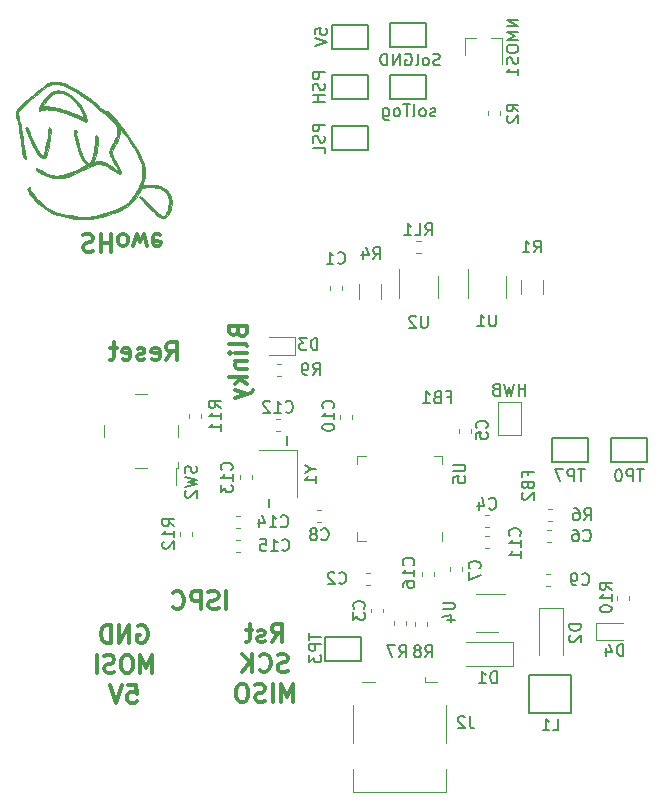
<source format=gbr>
G04 #@! TF.GenerationSoftware,KiCad,Pcbnew,5.1.4*
G04 #@! TF.CreationDate,2019-09-16T18:09:56+12:00*
G04 #@! TF.ProjectId,spiroBoardV2,73706972-6f42-46f6-9172-6456322e6b69,rev?*
G04 #@! TF.SameCoordinates,Original*
G04 #@! TF.FileFunction,Legend,Bot*
G04 #@! TF.FilePolarity,Positive*
%FSLAX46Y46*%
G04 Gerber Fmt 4.6, Leading zero omitted, Abs format (unit mm)*
G04 Created by KiCad (PCBNEW 5.1.4) date 2019-09-16 18:09:56*
%MOMM*%
%LPD*%
G04 APERTURE LIST*
%ADD10C,0.300000*%
%ADD11C,0.120000*%
%ADD12C,0.010000*%
%ADD13C,0.150000*%
%ADD14C,0.100000*%
G04 APERTURE END LIST*
D10*
X74178571Y-108492857D02*
X74392857Y-108421428D01*
X74750000Y-108421428D01*
X74892857Y-108492857D01*
X74964285Y-108564285D01*
X75035714Y-108707142D01*
X75035714Y-108850000D01*
X74964285Y-108992857D01*
X74892857Y-109064285D01*
X74750000Y-109135714D01*
X74464285Y-109207142D01*
X74321428Y-109278571D01*
X74250000Y-109350000D01*
X74178571Y-109492857D01*
X74178571Y-109635714D01*
X74250000Y-109778571D01*
X74321428Y-109850000D01*
X74464285Y-109921428D01*
X74821428Y-109921428D01*
X75035714Y-109850000D01*
X75678571Y-108421428D02*
X75678571Y-109921428D01*
X75678571Y-109207142D02*
X76535714Y-109207142D01*
X76535714Y-108421428D02*
X76535714Y-109921428D01*
X77464285Y-108421428D02*
X77321428Y-108492857D01*
X77250000Y-108564285D01*
X77178571Y-108707142D01*
X77178571Y-109135714D01*
X77250000Y-109278571D01*
X77321428Y-109350000D01*
X77464285Y-109421428D01*
X77678571Y-109421428D01*
X77821428Y-109350000D01*
X77892857Y-109278571D01*
X77964285Y-109135714D01*
X77964285Y-108707142D01*
X77892857Y-108564285D01*
X77821428Y-108492857D01*
X77678571Y-108421428D01*
X77464285Y-108421428D01*
X78464285Y-109421428D02*
X78750000Y-108421428D01*
X79035714Y-109135714D01*
X79321428Y-108421428D01*
X79607142Y-109421428D01*
X80750000Y-108492857D02*
X80607142Y-108421428D01*
X80321428Y-108421428D01*
X80178571Y-108492857D01*
X80107142Y-108635714D01*
X80107142Y-109207142D01*
X80178571Y-109350000D01*
X80321428Y-109421428D01*
X80607142Y-109421428D01*
X80750000Y-109350000D01*
X80821428Y-109207142D01*
X80821428Y-109064285D01*
X80107142Y-108921428D01*
X78842857Y-141600000D02*
X78985714Y-141528571D01*
X79200000Y-141528571D01*
X79414285Y-141600000D01*
X79557142Y-141742857D01*
X79628571Y-141885714D01*
X79700000Y-142171428D01*
X79700000Y-142385714D01*
X79628571Y-142671428D01*
X79557142Y-142814285D01*
X79414285Y-142957142D01*
X79200000Y-143028571D01*
X79057142Y-143028571D01*
X78842857Y-142957142D01*
X78771428Y-142885714D01*
X78771428Y-142385714D01*
X79057142Y-142385714D01*
X78128571Y-143028571D02*
X78128571Y-141528571D01*
X77271428Y-143028571D01*
X77271428Y-141528571D01*
X76557142Y-143028571D02*
X76557142Y-141528571D01*
X76200000Y-141528571D01*
X75985714Y-141600000D01*
X75842857Y-141742857D01*
X75771428Y-141885714D01*
X75700000Y-142171428D01*
X75700000Y-142385714D01*
X75771428Y-142671428D01*
X75842857Y-142814285D01*
X75985714Y-142957142D01*
X76200000Y-143028571D01*
X76557142Y-143028571D01*
X80057142Y-145578571D02*
X80057142Y-144078571D01*
X79557142Y-145150000D01*
X79057142Y-144078571D01*
X79057142Y-145578571D01*
X78057142Y-144078571D02*
X77771428Y-144078571D01*
X77628571Y-144150000D01*
X77485714Y-144292857D01*
X77414285Y-144578571D01*
X77414285Y-145078571D01*
X77485714Y-145364285D01*
X77628571Y-145507142D01*
X77771428Y-145578571D01*
X78057142Y-145578571D01*
X78200000Y-145507142D01*
X78342857Y-145364285D01*
X78414285Y-145078571D01*
X78414285Y-144578571D01*
X78342857Y-144292857D01*
X78200000Y-144150000D01*
X78057142Y-144078571D01*
X76842857Y-145507142D02*
X76628571Y-145578571D01*
X76271428Y-145578571D01*
X76128571Y-145507142D01*
X76057142Y-145435714D01*
X75985714Y-145292857D01*
X75985714Y-145150000D01*
X76057142Y-145007142D01*
X76128571Y-144935714D01*
X76271428Y-144864285D01*
X76557142Y-144792857D01*
X76700000Y-144721428D01*
X76771428Y-144650000D01*
X76842857Y-144507142D01*
X76842857Y-144364285D01*
X76771428Y-144221428D01*
X76700000Y-144150000D01*
X76557142Y-144078571D01*
X76200000Y-144078571D01*
X75985714Y-144150000D01*
X75342857Y-145578571D02*
X75342857Y-144078571D01*
X77985714Y-146628571D02*
X78700000Y-146628571D01*
X78771428Y-147342857D01*
X78700000Y-147271428D01*
X78557142Y-147200000D01*
X78200000Y-147200000D01*
X78057142Y-147271428D01*
X77985714Y-147342857D01*
X77914285Y-147485714D01*
X77914285Y-147842857D01*
X77985714Y-147985714D01*
X78057142Y-148057142D01*
X78200000Y-148128571D01*
X78557142Y-148128571D01*
X78700000Y-148057142D01*
X78771428Y-147985714D01*
X77485714Y-146628571D02*
X76985714Y-148128571D01*
X76485714Y-146628571D01*
X90171428Y-142928571D02*
X90671428Y-142214285D01*
X91028571Y-142928571D02*
X91028571Y-141428571D01*
X90457142Y-141428571D01*
X90314285Y-141500000D01*
X90242857Y-141571428D01*
X90171428Y-141714285D01*
X90171428Y-141928571D01*
X90242857Y-142071428D01*
X90314285Y-142142857D01*
X90457142Y-142214285D01*
X91028571Y-142214285D01*
X89600000Y-142857142D02*
X89457142Y-142928571D01*
X89171428Y-142928571D01*
X89028571Y-142857142D01*
X88957142Y-142714285D01*
X88957142Y-142642857D01*
X89028571Y-142500000D01*
X89171428Y-142428571D01*
X89385714Y-142428571D01*
X89528571Y-142357142D01*
X89600000Y-142214285D01*
X89600000Y-142142857D01*
X89528571Y-142000000D01*
X89385714Y-141928571D01*
X89171428Y-141928571D01*
X89028571Y-142000000D01*
X88528571Y-141928571D02*
X87957142Y-141928571D01*
X88314285Y-141428571D02*
X88314285Y-142714285D01*
X88242857Y-142857142D01*
X88100000Y-142928571D01*
X87957142Y-142928571D01*
X91528571Y-145407142D02*
X91314285Y-145478571D01*
X90957142Y-145478571D01*
X90814285Y-145407142D01*
X90742857Y-145335714D01*
X90671428Y-145192857D01*
X90671428Y-145050000D01*
X90742857Y-144907142D01*
X90814285Y-144835714D01*
X90957142Y-144764285D01*
X91242857Y-144692857D01*
X91385714Y-144621428D01*
X91457142Y-144550000D01*
X91528571Y-144407142D01*
X91528571Y-144264285D01*
X91457142Y-144121428D01*
X91385714Y-144050000D01*
X91242857Y-143978571D01*
X90885714Y-143978571D01*
X90671428Y-144050000D01*
X89171428Y-145335714D02*
X89242857Y-145407142D01*
X89457142Y-145478571D01*
X89600000Y-145478571D01*
X89814285Y-145407142D01*
X89957142Y-145264285D01*
X90028571Y-145121428D01*
X90100000Y-144835714D01*
X90100000Y-144621428D01*
X90028571Y-144335714D01*
X89957142Y-144192857D01*
X89814285Y-144050000D01*
X89600000Y-143978571D01*
X89457142Y-143978571D01*
X89242857Y-144050000D01*
X89171428Y-144121428D01*
X88528571Y-145478571D02*
X88528571Y-143978571D01*
X87671428Y-145478571D02*
X88314285Y-144621428D01*
X87671428Y-143978571D02*
X88528571Y-144835714D01*
X91957142Y-148028571D02*
X91957142Y-146528571D01*
X91457142Y-147600000D01*
X90957142Y-146528571D01*
X90957142Y-148028571D01*
X90242857Y-148028571D02*
X90242857Y-146528571D01*
X89600000Y-147957142D02*
X89385714Y-148028571D01*
X89028571Y-148028571D01*
X88885714Y-147957142D01*
X88814285Y-147885714D01*
X88742857Y-147742857D01*
X88742857Y-147600000D01*
X88814285Y-147457142D01*
X88885714Y-147385714D01*
X89028571Y-147314285D01*
X89314285Y-147242857D01*
X89457142Y-147171428D01*
X89528571Y-147100000D01*
X89600000Y-146957142D01*
X89600000Y-146814285D01*
X89528571Y-146671428D01*
X89457142Y-146600000D01*
X89314285Y-146528571D01*
X88957142Y-146528571D01*
X88742857Y-146600000D01*
X87814285Y-146528571D02*
X87528571Y-146528571D01*
X87385714Y-146600000D01*
X87242857Y-146742857D01*
X87171428Y-147028571D01*
X87171428Y-147528571D01*
X87242857Y-147814285D01*
X87385714Y-147957142D01*
X87528571Y-148028571D01*
X87814285Y-148028571D01*
X87957142Y-147957142D01*
X88100000Y-147814285D01*
X88171428Y-147528571D01*
X88171428Y-147028571D01*
X88100000Y-146742857D01*
X87957142Y-146600000D01*
X87814285Y-146528571D01*
X86314285Y-140178571D02*
X86314285Y-138678571D01*
X85671428Y-140107142D02*
X85457142Y-140178571D01*
X85100000Y-140178571D01*
X84957142Y-140107142D01*
X84885714Y-140035714D01*
X84814285Y-139892857D01*
X84814285Y-139750000D01*
X84885714Y-139607142D01*
X84957142Y-139535714D01*
X85100000Y-139464285D01*
X85385714Y-139392857D01*
X85528571Y-139321428D01*
X85600000Y-139250000D01*
X85671428Y-139107142D01*
X85671428Y-138964285D01*
X85600000Y-138821428D01*
X85528571Y-138750000D01*
X85385714Y-138678571D01*
X85028571Y-138678571D01*
X84814285Y-138750000D01*
X84171428Y-140178571D02*
X84171428Y-138678571D01*
X83600000Y-138678571D01*
X83457142Y-138750000D01*
X83385714Y-138821428D01*
X83314285Y-138964285D01*
X83314285Y-139178571D01*
X83385714Y-139321428D01*
X83457142Y-139392857D01*
X83600000Y-139464285D01*
X84171428Y-139464285D01*
X81814285Y-140035714D02*
X81885714Y-140107142D01*
X82100000Y-140178571D01*
X82242857Y-140178571D01*
X82457142Y-140107142D01*
X82600000Y-139964285D01*
X82671428Y-139821428D01*
X82742857Y-139535714D01*
X82742857Y-139321428D01*
X82671428Y-139035714D01*
X82600000Y-138892857D01*
X82457142Y-138750000D01*
X82242857Y-138678571D01*
X82100000Y-138678571D01*
X81885714Y-138750000D01*
X81814285Y-138821428D01*
X87292857Y-116700000D02*
X87364285Y-116914285D01*
X87435714Y-116985714D01*
X87578571Y-117057142D01*
X87792857Y-117057142D01*
X87935714Y-116985714D01*
X88007142Y-116914285D01*
X88078571Y-116771428D01*
X88078571Y-116200000D01*
X86578571Y-116200000D01*
X86578571Y-116700000D01*
X86650000Y-116842857D01*
X86721428Y-116914285D01*
X86864285Y-116985714D01*
X87007142Y-116985714D01*
X87150000Y-116914285D01*
X87221428Y-116842857D01*
X87292857Y-116700000D01*
X87292857Y-116200000D01*
X88078571Y-117914285D02*
X88007142Y-117771428D01*
X87864285Y-117700000D01*
X86578571Y-117700000D01*
X88078571Y-118485714D02*
X87078571Y-118485714D01*
X86578571Y-118485714D02*
X86650000Y-118414285D01*
X86721428Y-118485714D01*
X86650000Y-118557142D01*
X86578571Y-118485714D01*
X86721428Y-118485714D01*
X87078571Y-119200000D02*
X88078571Y-119200000D01*
X87221428Y-119200000D02*
X87150000Y-119271428D01*
X87078571Y-119414285D01*
X87078571Y-119628571D01*
X87150000Y-119771428D01*
X87292857Y-119842857D01*
X88078571Y-119842857D01*
X88078571Y-120557142D02*
X86578571Y-120557142D01*
X87507142Y-120700000D02*
X88078571Y-121128571D01*
X87078571Y-121128571D02*
X87650000Y-120557142D01*
X87078571Y-121628571D02*
X88078571Y-121985714D01*
X87078571Y-122342857D02*
X88078571Y-121985714D01*
X88435714Y-121842857D01*
X88507142Y-121771428D01*
X88578571Y-121628571D01*
X81257142Y-119078571D02*
X81757142Y-118364285D01*
X82114285Y-119078571D02*
X82114285Y-117578571D01*
X81542857Y-117578571D01*
X81400000Y-117650000D01*
X81328571Y-117721428D01*
X81257142Y-117864285D01*
X81257142Y-118078571D01*
X81328571Y-118221428D01*
X81400000Y-118292857D01*
X81542857Y-118364285D01*
X82114285Y-118364285D01*
X80042857Y-119007142D02*
X80185714Y-119078571D01*
X80471428Y-119078571D01*
X80614285Y-119007142D01*
X80685714Y-118864285D01*
X80685714Y-118292857D01*
X80614285Y-118150000D01*
X80471428Y-118078571D01*
X80185714Y-118078571D01*
X80042857Y-118150000D01*
X79971428Y-118292857D01*
X79971428Y-118435714D01*
X80685714Y-118578571D01*
X79400000Y-119007142D02*
X79257142Y-119078571D01*
X78971428Y-119078571D01*
X78828571Y-119007142D01*
X78757142Y-118864285D01*
X78757142Y-118792857D01*
X78828571Y-118650000D01*
X78971428Y-118578571D01*
X79185714Y-118578571D01*
X79328571Y-118507142D01*
X79400000Y-118364285D01*
X79400000Y-118292857D01*
X79328571Y-118150000D01*
X79185714Y-118078571D01*
X78971428Y-118078571D01*
X78828571Y-118150000D01*
X77542857Y-119007142D02*
X77685714Y-119078571D01*
X77971428Y-119078571D01*
X78114285Y-119007142D01*
X78185714Y-118864285D01*
X78185714Y-118292857D01*
X78114285Y-118150000D01*
X77971428Y-118078571D01*
X77685714Y-118078571D01*
X77542857Y-118150000D01*
X77471428Y-118292857D01*
X77471428Y-118435714D01*
X78185714Y-118578571D01*
X77042857Y-118078571D02*
X76471428Y-118078571D01*
X76828571Y-117578571D02*
X76828571Y-118864285D01*
X76757142Y-119007142D01*
X76614285Y-119078571D01*
X76471428Y-119078571D01*
D11*
X104610000Y-127915000D02*
X104610000Y-127190000D01*
X104610000Y-127190000D02*
X103885000Y-127190000D01*
X97390000Y-133685000D02*
X97390000Y-134410000D01*
X97390000Y-134410000D02*
X98115000Y-134410000D01*
X97390000Y-127915000D02*
X97390000Y-127190000D01*
X97390000Y-127190000D02*
X98115000Y-127190000D01*
X104610000Y-133685000D02*
X104610000Y-134410000D01*
D12*
G36*
X70954786Y-101952456D02*
G01*
X71079811Y-101815950D01*
X71119698Y-101735408D01*
X71179746Y-101556216D01*
X71241479Y-101310992D01*
X71301667Y-101020893D01*
X71357083Y-100707074D01*
X71404499Y-100390692D01*
X71440684Y-100092903D01*
X71462412Y-99834861D01*
X71466453Y-99637724D01*
X71454933Y-99538641D01*
X71403908Y-99414923D01*
X71349704Y-99384990D01*
X71301866Y-99441826D01*
X71269940Y-99578416D01*
X71262760Y-99679878D01*
X71244998Y-99899009D01*
X71205568Y-100185745D01*
X71150134Y-100509838D01*
X71084358Y-100841035D01*
X71013904Y-101149090D01*
X70944435Y-101403750D01*
X70933602Y-101438100D01*
X70860072Y-101632144D01*
X70788687Y-101731356D01*
X70707124Y-101741473D01*
X70603058Y-101668226D01*
X70551464Y-101615900D01*
X70474560Y-101509122D01*
X70368548Y-101328672D01*
X70243314Y-101094702D01*
X70108740Y-100827362D01*
X69974711Y-100546800D01*
X69851110Y-100273167D01*
X69747822Y-100026613D01*
X69675933Y-99830991D01*
X69613265Y-99654133D01*
X69553543Y-99511077D01*
X69512665Y-99437291D01*
X69433937Y-99381321D01*
X69354157Y-99371252D01*
X69315314Y-99411751D01*
X69315200Y-99415335D01*
X69338345Y-99535495D01*
X69402346Y-99727329D01*
X69499053Y-99973515D01*
X69620315Y-100256726D01*
X69757982Y-100559639D01*
X69903904Y-100864928D01*
X70049928Y-101155271D01*
X70187906Y-101413342D01*
X70309687Y-101621816D01*
X70407119Y-101763370D01*
X70434478Y-101794423D01*
X70624244Y-101942371D01*
X70800305Y-101994823D01*
X70954786Y-101952456D01*
X70954786Y-101952456D01*
G37*
X70954786Y-101952456D02*
X71079811Y-101815950D01*
X71119698Y-101735408D01*
X71179746Y-101556216D01*
X71241479Y-101310992D01*
X71301667Y-101020893D01*
X71357083Y-100707074D01*
X71404499Y-100390692D01*
X71440684Y-100092903D01*
X71462412Y-99834861D01*
X71466453Y-99637724D01*
X71454933Y-99538641D01*
X71403908Y-99414923D01*
X71349704Y-99384990D01*
X71301866Y-99441826D01*
X71269940Y-99578416D01*
X71262760Y-99679878D01*
X71244998Y-99899009D01*
X71205568Y-100185745D01*
X71150134Y-100509838D01*
X71084358Y-100841035D01*
X71013904Y-101149090D01*
X70944435Y-101403750D01*
X70933602Y-101438100D01*
X70860072Y-101632144D01*
X70788687Y-101731356D01*
X70707124Y-101741473D01*
X70603058Y-101668226D01*
X70551464Y-101615900D01*
X70474560Y-101509122D01*
X70368548Y-101328672D01*
X70243314Y-101094702D01*
X70108740Y-100827362D01*
X69974711Y-100546800D01*
X69851110Y-100273167D01*
X69747822Y-100026613D01*
X69675933Y-99830991D01*
X69613265Y-99654133D01*
X69553543Y-99511077D01*
X69512665Y-99437291D01*
X69433937Y-99381321D01*
X69354157Y-99371252D01*
X69315314Y-99411751D01*
X69315200Y-99415335D01*
X69338345Y-99535495D01*
X69402346Y-99727329D01*
X69499053Y-99973515D01*
X69620315Y-100256726D01*
X69757982Y-100559639D01*
X69903904Y-100864928D01*
X70049928Y-101155271D01*
X70187906Y-101413342D01*
X70309687Y-101621816D01*
X70407119Y-101763370D01*
X70434478Y-101794423D01*
X70624244Y-101942371D01*
X70800305Y-101994823D01*
X70954786Y-101952456D01*
G36*
X74484062Y-98917175D02*
G01*
X74496047Y-98798256D01*
X74478974Y-98626375D01*
X74434907Y-98423067D01*
X74369956Y-98220527D01*
X74122340Y-97704848D01*
X73788574Y-97241129D01*
X73372317Y-96833821D01*
X73016076Y-96573120D01*
X72746860Y-96416401D01*
X72507235Y-96322012D01*
X72257964Y-96277548D01*
X72055645Y-96269484D01*
X71844201Y-96284796D01*
X71670606Y-96342702D01*
X71543550Y-96415025D01*
X71323161Y-96587384D01*
X71084095Y-96829992D01*
X70847157Y-97119484D01*
X70633153Y-97432491D01*
X70623300Y-97448550D01*
X70550278Y-97577386D01*
X70796582Y-97577386D01*
X70843085Y-97489128D01*
X70902700Y-97406249D01*
X71140107Y-97107478D01*
X71366394Y-96857576D01*
X71567152Y-96671701D01*
X71675811Y-96593200D01*
X71819282Y-96518446D01*
X71959597Y-96484860D01*
X72143978Y-96482365D01*
X72185400Y-96484435D01*
X72436693Y-96520346D01*
X72670740Y-96591033D01*
X72720335Y-96613015D01*
X72970076Y-96763105D01*
X73240890Y-96974041D01*
X73501340Y-97219691D01*
X73651178Y-97386800D01*
X73778782Y-97564069D01*
X73916486Y-97792136D01*
X74047161Y-98038519D01*
X74153675Y-98270734D01*
X74218900Y-98456300D01*
X74222132Y-98469483D01*
X74255411Y-98612365D01*
X73906205Y-98435275D01*
X73617191Y-98297333D01*
X73287274Y-98153723D01*
X72945736Y-98016030D01*
X72621860Y-97895841D01*
X72344928Y-97804743D01*
X72236200Y-97774479D01*
X72012675Y-97724965D01*
X71755805Y-97679250D01*
X71491744Y-97640717D01*
X71246646Y-97612751D01*
X71046666Y-97598737D01*
X70917960Y-97602059D01*
X70911846Y-97603113D01*
X70819301Y-97611049D01*
X70796582Y-97577386D01*
X70550278Y-97577386D01*
X70504816Y-97657594D01*
X70446525Y-97805070D01*
X70444651Y-97908343D01*
X70495418Y-97984778D01*
X70504899Y-97992997D01*
X70573528Y-98022285D01*
X70626386Y-97964584D01*
X70705633Y-97916221D01*
X70865858Y-97887155D01*
X71088344Y-97877077D01*
X71354377Y-97885684D01*
X71645243Y-97912669D01*
X71942227Y-97957726D01*
X72094560Y-97988573D01*
X72391179Y-98068244D01*
X72739904Y-98183487D01*
X73111383Y-98322638D01*
X73476266Y-98474036D01*
X73805201Y-98626019D01*
X74068837Y-98766926D01*
X74098056Y-98784607D01*
X74252868Y-98875178D01*
X74377064Y-98938992D01*
X74440956Y-98961600D01*
X74484062Y-98917175D01*
X74484062Y-98917175D01*
G37*
X74484062Y-98917175D02*
X74496047Y-98798256D01*
X74478974Y-98626375D01*
X74434907Y-98423067D01*
X74369956Y-98220527D01*
X74122340Y-97704848D01*
X73788574Y-97241129D01*
X73372317Y-96833821D01*
X73016076Y-96573120D01*
X72746860Y-96416401D01*
X72507235Y-96322012D01*
X72257964Y-96277548D01*
X72055645Y-96269484D01*
X71844201Y-96284796D01*
X71670606Y-96342702D01*
X71543550Y-96415025D01*
X71323161Y-96587384D01*
X71084095Y-96829992D01*
X70847157Y-97119484D01*
X70633153Y-97432491D01*
X70623300Y-97448550D01*
X70550278Y-97577386D01*
X70796582Y-97577386D01*
X70843085Y-97489128D01*
X70902700Y-97406249D01*
X71140107Y-97107478D01*
X71366394Y-96857576D01*
X71567152Y-96671701D01*
X71675811Y-96593200D01*
X71819282Y-96518446D01*
X71959597Y-96484860D01*
X72143978Y-96482365D01*
X72185400Y-96484435D01*
X72436693Y-96520346D01*
X72670740Y-96591033D01*
X72720335Y-96613015D01*
X72970076Y-96763105D01*
X73240890Y-96974041D01*
X73501340Y-97219691D01*
X73651178Y-97386800D01*
X73778782Y-97564069D01*
X73916486Y-97792136D01*
X74047161Y-98038519D01*
X74153675Y-98270734D01*
X74218900Y-98456300D01*
X74222132Y-98469483D01*
X74255411Y-98612365D01*
X73906205Y-98435275D01*
X73617191Y-98297333D01*
X73287274Y-98153723D01*
X72945736Y-98016030D01*
X72621860Y-97895841D01*
X72344928Y-97804743D01*
X72236200Y-97774479D01*
X72012675Y-97724965D01*
X71755805Y-97679250D01*
X71491744Y-97640717D01*
X71246646Y-97612751D01*
X71046666Y-97598737D01*
X70917960Y-97602059D01*
X70911846Y-97603113D01*
X70819301Y-97611049D01*
X70796582Y-97577386D01*
X70550278Y-97577386D01*
X70504816Y-97657594D01*
X70446525Y-97805070D01*
X70444651Y-97908343D01*
X70495418Y-97984778D01*
X70504899Y-97992997D01*
X70573528Y-98022285D01*
X70626386Y-97964584D01*
X70705633Y-97916221D01*
X70865858Y-97887155D01*
X71088344Y-97877077D01*
X71354377Y-97885684D01*
X71645243Y-97912669D01*
X71942227Y-97957726D01*
X72094560Y-97988573D01*
X72391179Y-98068244D01*
X72739904Y-98183487D01*
X73111383Y-98322638D01*
X73476266Y-98474036D01*
X73805201Y-98626019D01*
X74068837Y-98766926D01*
X74098056Y-98784607D01*
X74252868Y-98875178D01*
X74377064Y-98938992D01*
X74440956Y-98961600D01*
X74484062Y-98917175D01*
G36*
X74868951Y-107152156D02*
G01*
X75285819Y-107081596D01*
X75730436Y-106972996D01*
X75843000Y-106941430D01*
X76310794Y-106802008D01*
X76739143Y-106663593D01*
X77112181Y-106531732D01*
X77414041Y-106411968D01*
X77587425Y-106331771D01*
X77993622Y-106073596D01*
X78372808Y-105733904D01*
X78705579Y-105332493D01*
X78941187Y-104950462D01*
X79044043Y-104773428D01*
X79146296Y-104628205D01*
X79227894Y-104542852D01*
X79236447Y-104537325D01*
X79353233Y-104504356D01*
X79563501Y-104483175D01*
X79859742Y-104474462D01*
X79932400Y-104474280D01*
X80203610Y-104477593D01*
X80400545Y-104489108D01*
X80550434Y-104512630D01*
X80680507Y-104551959D01*
X80777327Y-104592267D01*
X81055410Y-104754246D01*
X81255209Y-104960829D01*
X81383113Y-105223305D01*
X81445514Y-105552962D01*
X81454170Y-105787887D01*
X81428438Y-106134823D01*
X81350538Y-106418131D01*
X81212246Y-106665794D01*
X81185366Y-106702147D01*
X81107153Y-106800659D01*
X81036971Y-106868427D01*
X80964899Y-106900229D01*
X80881015Y-106890844D01*
X80775397Y-106835050D01*
X80638123Y-106727625D01*
X80459271Y-106563347D01*
X80228919Y-106336996D01*
X79941055Y-106047297D01*
X79648760Y-105754383D01*
X79419027Y-105530227D01*
X79244999Y-105369399D01*
X79119820Y-105266473D01*
X79036631Y-105216021D01*
X78988576Y-105212614D01*
X78968798Y-105250826D01*
X78967267Y-105276499D01*
X79003323Y-105345500D01*
X79105340Y-105473352D01*
X79264214Y-105650441D01*
X79470842Y-105867149D01*
X79716120Y-106113860D01*
X79990944Y-106380959D01*
X80199825Y-106578460D01*
X80416350Y-106778871D01*
X80575446Y-106919072D01*
X80692549Y-107009653D01*
X80783095Y-107061208D01*
X80862523Y-107084326D01*
X80944807Y-107089600D01*
X81069467Y-107078587D01*
X81169762Y-107032641D01*
X81279592Y-106932410D01*
X81343162Y-106862164D01*
X81552076Y-106552685D01*
X81671152Y-106199417D01*
X81701478Y-105798779D01*
X81695941Y-105698626D01*
X81629663Y-105295451D01*
X81496349Y-104964822D01*
X81291183Y-104698966D01*
X81009352Y-104490110D01*
X80917079Y-104441295D01*
X80775238Y-104373789D01*
X80656665Y-104327824D01*
X80536095Y-104299122D01*
X80388258Y-104283404D01*
X80187889Y-104276393D01*
X79928459Y-104273916D01*
X79683615Y-104269943D01*
X79480256Y-104261717D01*
X79337310Y-104250372D01*
X79273706Y-104237042D01*
X79272143Y-104234579D01*
X79283986Y-104169746D01*
X79314824Y-104038223D01*
X79348200Y-103906406D01*
X79421701Y-103438507D01*
X79411124Y-102944997D01*
X79317798Y-102455298D01*
X79276690Y-102321894D01*
X79119672Y-101929463D01*
X78896751Y-101482447D01*
X78616639Y-100995220D01*
X78288046Y-100482158D01*
X77919683Y-99957634D01*
X77552253Y-99476175D01*
X77377239Y-99251897D01*
X77203630Y-99022754D01*
X77053741Y-98818550D01*
X76965140Y-98692036D01*
X76768285Y-98431902D01*
X76565839Y-98221642D01*
X76372467Y-98073836D01*
X76202835Y-98001065D01*
X76153347Y-97995651D01*
X76059451Y-97978388D01*
X75942565Y-97920924D01*
X75786946Y-97813499D01*
X75576849Y-97646353D01*
X75538200Y-97614309D01*
X74915792Y-97109724D01*
X74351014Y-96681599D01*
X73837932Y-96327130D01*
X73370617Y-96043513D01*
X72943135Y-95827944D01*
X72549558Y-95677620D01*
X72183952Y-95589737D01*
X71840387Y-95561491D01*
X71512932Y-95590078D01*
X71338084Y-95628866D01*
X71188567Y-95679071D01*
X71041994Y-95753506D01*
X70879188Y-95865027D01*
X70680976Y-96026491D01*
X70478546Y-96205201D01*
X70320929Y-96343667D01*
X70115051Y-96519508D01*
X69891863Y-96706472D01*
X69747000Y-96825750D01*
X69436856Y-97086036D01*
X69156070Y-97335390D01*
X68916287Y-97562580D01*
X68729156Y-97756379D01*
X68606326Y-97905557D01*
X68574796Y-97955778D01*
X68517467Y-98116265D01*
X68509892Y-98302960D01*
X68552963Y-98539304D01*
X68603830Y-98715775D01*
X68669944Y-98963155D01*
X68739316Y-99288760D01*
X68808003Y-99669465D01*
X68872066Y-100082151D01*
X68927564Y-100503695D01*
X68961385Y-100813678D01*
X69009252Y-101241262D01*
X69060149Y-101572928D01*
X69115564Y-101814345D01*
X69176985Y-101971184D01*
X69245899Y-102049114D01*
X69288589Y-102060400D01*
X69358478Y-102043649D01*
X69385697Y-101982380D01*
X69371483Y-101860070D01*
X69318253Y-101664086D01*
X69258586Y-101429733D01*
X69209059Y-101170778D01*
X69190389Y-101033473D01*
X69146768Y-100664680D01*
X69091990Y-100271544D01*
X69030298Y-99879676D01*
X68965932Y-99514685D01*
X68903134Y-99202182D01*
X68851469Y-98987000D01*
X68794860Y-98758761D01*
X68747945Y-98532835D01*
X68719887Y-98353909D01*
X68718148Y-98336929D01*
X68695474Y-98093258D01*
X69195837Y-97597414D01*
X69491873Y-97310995D01*
X69812416Y-97012829D01*
X70139046Y-96719146D01*
X70453343Y-96446179D01*
X70736886Y-96210157D01*
X70971256Y-96027312D01*
X71009213Y-95999558D01*
X71250109Y-95854546D01*
X71504048Y-95770319D01*
X71604472Y-95750830D01*
X71980221Y-95736098D01*
X72397518Y-95810414D01*
X72851985Y-95972195D01*
X73339242Y-96219862D01*
X73854910Y-96551835D01*
X73887200Y-96574786D01*
X74430948Y-96971936D01*
X74937366Y-97358853D01*
X75395645Y-97726705D01*
X75794979Y-98066660D01*
X75939979Y-98200066D01*
X76254653Y-98200066D01*
X76257539Y-98199600D01*
X76318892Y-98234450D01*
X76422284Y-98324936D01*
X76522330Y-98427065D01*
X76657120Y-98578951D01*
X76723476Y-98669216D01*
X76726961Y-98705860D01*
X76717390Y-98707600D01*
X76677331Y-98674254D01*
X76585701Y-98586526D01*
X76461752Y-98462883D01*
X76452600Y-98453600D01*
X76337754Y-98329866D01*
X76267257Y-98239474D01*
X76254653Y-98200066D01*
X75939979Y-98200066D01*
X76124560Y-98369887D01*
X76297921Y-98544862D01*
X76462765Y-98708349D01*
X76629038Y-98854675D01*
X76766133Y-98957299D01*
X76790660Y-98972122D01*
X76928950Y-99074082D01*
X77018968Y-99208201D01*
X77068933Y-99395319D01*
X77087066Y-99656278D01*
X77087600Y-99725065D01*
X77087539Y-99839615D01*
X77083429Y-99933303D01*
X77069375Y-100021279D01*
X77039483Y-100118695D01*
X76987857Y-100240699D01*
X76908604Y-100402444D01*
X76795829Y-100619079D01*
X76643639Y-100905754D01*
X76586340Y-101013459D01*
X76502146Y-101182577D01*
X76449043Y-101329796D01*
X76430394Y-101471272D01*
X76449559Y-101623162D01*
X76509900Y-101801619D01*
X76614778Y-102022800D01*
X76767555Y-102302860D01*
X76904327Y-102541770D01*
X77040814Y-102789744D01*
X77117951Y-102958221D01*
X77135487Y-103046466D01*
X77093171Y-103053741D01*
X77074900Y-103043856D01*
X77009283Y-102998054D01*
X76883582Y-102905661D01*
X76718347Y-102781893D01*
X76599900Y-102692148D01*
X76289767Y-102479667D01*
X76010888Y-102344752D01*
X75739634Y-102279469D01*
X75452379Y-102275881D01*
X75381547Y-102282950D01*
X75108679Y-102315020D01*
X75161519Y-102176039D01*
X75222817Y-101981705D01*
X75288292Y-101720449D01*
X75350856Y-101426321D01*
X75403423Y-101133374D01*
X75438907Y-100875658D01*
X75444772Y-100814972D01*
X75458361Y-100510132D01*
X75442424Y-100281074D01*
X75398200Y-100135105D01*
X75326928Y-100079531D01*
X75319998Y-100079209D01*
X75277764Y-100092079D01*
X75251204Y-100143242D01*
X75236428Y-100251546D01*
X75229546Y-100435837D01*
X75228260Y-100523709D01*
X75210568Y-100819139D01*
X75167411Y-101138842D01*
X75104077Y-101462493D01*
X75025855Y-101769768D01*
X74938033Y-102040345D01*
X74845899Y-102253899D01*
X74754741Y-102390107D01*
X74738779Y-102404896D01*
X74642480Y-102445852D01*
X74540159Y-102404632D01*
X74422152Y-102275391D01*
X74350567Y-102170186D01*
X74217042Y-101926489D01*
X74082623Y-101620740D01*
X73954321Y-101276008D01*
X73839142Y-100915363D01*
X73744095Y-100561876D01*
X73676187Y-100238615D01*
X73642427Y-99968652D01*
X73641800Y-99836973D01*
X73646946Y-99690092D01*
X73628329Y-99615789D01*
X73575243Y-99585883D01*
X73544300Y-99580367D01*
X73478885Y-99579084D01*
X73444748Y-99614665D01*
X73431826Y-99710289D01*
X73430000Y-99843634D01*
X73446595Y-100038875D01*
X73492084Y-100303202D01*
X73560018Y-100610446D01*
X73643947Y-100934438D01*
X73737425Y-101249008D01*
X73834001Y-101527989D01*
X73863580Y-101603200D01*
X74018318Y-101948938D01*
X74170681Y-102215636D01*
X74332980Y-102424787D01*
X74336081Y-102428171D01*
X74413465Y-102522768D01*
X74444119Y-102581885D01*
X74442296Y-102587519D01*
X74391617Y-102615954D01*
X74265931Y-102681243D01*
X74081295Y-102775190D01*
X73853767Y-102889598D01*
X73709400Y-102961639D01*
X73195467Y-103198180D01*
X72738613Y-103363150D01*
X72324079Y-103456831D01*
X71937109Y-103479503D01*
X71562948Y-103431446D01*
X71186839Y-103312942D01*
X70794025Y-103124270D01*
X70614372Y-103020472D01*
X70419047Y-102910479D01*
X70292116Y-102859035D01*
X70222191Y-102861786D01*
X70214822Y-102867658D01*
X70201776Y-102943012D01*
X70276329Y-103045248D01*
X70430306Y-103167334D01*
X70655533Y-103302243D01*
X70813800Y-103382733D01*
X71127755Y-103524089D01*
X71394077Y-103615968D01*
X71649276Y-103665838D01*
X71929860Y-103681168D01*
X72227676Y-103671968D01*
X72432033Y-103658772D01*
X72607861Y-103639962D01*
X72771298Y-103610026D01*
X72938483Y-103563449D01*
X73125552Y-103494719D01*
X73348644Y-103398320D01*
X73623897Y-103268740D01*
X73967448Y-103100466D01*
X74116336Y-103026680D01*
X74414766Y-102882286D01*
X74700545Y-102750833D01*
X74954546Y-102640604D01*
X75157641Y-102559883D01*
X75290702Y-102516956D01*
X75295996Y-102515772D01*
X75632114Y-102485491D01*
X75953238Y-102546312D01*
X76272861Y-102701768D01*
X76432420Y-102813101D01*
X76725468Y-103031699D01*
X76951387Y-103187490D01*
X77119384Y-103284713D01*
X77238665Y-103327607D01*
X77318438Y-103320413D01*
X77367910Y-103267369D01*
X77376485Y-103247801D01*
X77384793Y-103147475D01*
X77346485Y-102998877D01*
X77257863Y-102793050D01*
X77115225Y-102521040D01*
X76974733Y-102275308D01*
X76844749Y-102050708D01*
X76758923Y-101889792D01*
X76709080Y-101769159D01*
X76687045Y-101665409D01*
X76684640Y-101555142D01*
X76690283Y-101461206D01*
X76726020Y-101230644D01*
X76809135Y-101035010D01*
X76877663Y-100927192D01*
X77115459Y-100526542D01*
X77258279Y-100152608D01*
X77307377Y-99824998D01*
X77315884Y-99664534D01*
X77329088Y-99554608D01*
X77341600Y-99521574D01*
X77384057Y-99561231D01*
X77472849Y-99668645D01*
X77596348Y-99828128D01*
X77742927Y-100023991D01*
X77900957Y-100240546D01*
X78058813Y-100462105D01*
X78204866Y-100672979D01*
X78297072Y-100810733D01*
X78474471Y-101097975D01*
X78654035Y-101418500D01*
X78823753Y-101748096D01*
X78971617Y-102062550D01*
X79085614Y-102337651D01*
X79147786Y-102525718D01*
X79198016Y-102812169D01*
X79217082Y-103146784D01*
X79204853Y-103483723D01*
X79161199Y-103777147D01*
X79151455Y-103816374D01*
X79017332Y-104218514D01*
X78831625Y-104631414D01*
X78609211Y-105029333D01*
X78364965Y-105386532D01*
X78113764Y-105677273D01*
X78031034Y-105754988D01*
X77774382Y-105948600D01*
X77451725Y-106133435D01*
X77055754Y-106312516D01*
X76579162Y-106488867D01*
X76014641Y-106665509D01*
X75462000Y-106817672D01*
X75177455Y-106890441D01*
X74960177Y-106939369D01*
X74779646Y-106968189D01*
X74605342Y-106980630D01*
X74406744Y-106980425D01*
X74192000Y-106972927D01*
X73898529Y-106950530D01*
X73548961Y-106907745D01*
X73168605Y-106849212D01*
X72782773Y-106779571D01*
X72416775Y-106703463D01*
X72095921Y-106625527D01*
X71845523Y-106550404D01*
X71803041Y-106534958D01*
X71452066Y-106364125D01*
X71075039Y-106112658D01*
X70687307Y-105792703D01*
X70304220Y-105416407D01*
X70096304Y-105184269D01*
X69920540Y-104970642D01*
X69806772Y-104809759D01*
X69744223Y-104683461D01*
X69722117Y-104573594D01*
X69721599Y-104552940D01*
X69689670Y-104466459D01*
X69616846Y-104444997D01*
X69537579Y-104485412D01*
X69488664Y-104574188D01*
X69500215Y-104718333D01*
X69588875Y-104909781D01*
X69747194Y-105139511D01*
X69967718Y-105398506D01*
X70242998Y-105677746D01*
X70565582Y-105968213D01*
X70799318Y-106160529D01*
X71115025Y-106393594D01*
X71419140Y-106575377D01*
X71740932Y-106719240D01*
X72109668Y-106838543D01*
X72490200Y-106932484D01*
X73072888Y-107052929D01*
X73581802Y-107135065D01*
X74037248Y-107178945D01*
X74459529Y-107184624D01*
X74868951Y-107152156D01*
X74868951Y-107152156D01*
G37*
X74868951Y-107152156D02*
X75285819Y-107081596D01*
X75730436Y-106972996D01*
X75843000Y-106941430D01*
X76310794Y-106802008D01*
X76739143Y-106663593D01*
X77112181Y-106531732D01*
X77414041Y-106411968D01*
X77587425Y-106331771D01*
X77993622Y-106073596D01*
X78372808Y-105733904D01*
X78705579Y-105332493D01*
X78941187Y-104950462D01*
X79044043Y-104773428D01*
X79146296Y-104628205D01*
X79227894Y-104542852D01*
X79236447Y-104537325D01*
X79353233Y-104504356D01*
X79563501Y-104483175D01*
X79859742Y-104474462D01*
X79932400Y-104474280D01*
X80203610Y-104477593D01*
X80400545Y-104489108D01*
X80550434Y-104512630D01*
X80680507Y-104551959D01*
X80777327Y-104592267D01*
X81055410Y-104754246D01*
X81255209Y-104960829D01*
X81383113Y-105223305D01*
X81445514Y-105552962D01*
X81454170Y-105787887D01*
X81428438Y-106134823D01*
X81350538Y-106418131D01*
X81212246Y-106665794D01*
X81185366Y-106702147D01*
X81107153Y-106800659D01*
X81036971Y-106868427D01*
X80964899Y-106900229D01*
X80881015Y-106890844D01*
X80775397Y-106835050D01*
X80638123Y-106727625D01*
X80459271Y-106563347D01*
X80228919Y-106336996D01*
X79941055Y-106047297D01*
X79648760Y-105754383D01*
X79419027Y-105530227D01*
X79244999Y-105369399D01*
X79119820Y-105266473D01*
X79036631Y-105216021D01*
X78988576Y-105212614D01*
X78968798Y-105250826D01*
X78967267Y-105276499D01*
X79003323Y-105345500D01*
X79105340Y-105473352D01*
X79264214Y-105650441D01*
X79470842Y-105867149D01*
X79716120Y-106113860D01*
X79990944Y-106380959D01*
X80199825Y-106578460D01*
X80416350Y-106778871D01*
X80575446Y-106919072D01*
X80692549Y-107009653D01*
X80783095Y-107061208D01*
X80862523Y-107084326D01*
X80944807Y-107089600D01*
X81069467Y-107078587D01*
X81169762Y-107032641D01*
X81279592Y-106932410D01*
X81343162Y-106862164D01*
X81552076Y-106552685D01*
X81671152Y-106199417D01*
X81701478Y-105798779D01*
X81695941Y-105698626D01*
X81629663Y-105295451D01*
X81496349Y-104964822D01*
X81291183Y-104698966D01*
X81009352Y-104490110D01*
X80917079Y-104441295D01*
X80775238Y-104373789D01*
X80656665Y-104327824D01*
X80536095Y-104299122D01*
X80388258Y-104283404D01*
X80187889Y-104276393D01*
X79928459Y-104273916D01*
X79683615Y-104269943D01*
X79480256Y-104261717D01*
X79337310Y-104250372D01*
X79273706Y-104237042D01*
X79272143Y-104234579D01*
X79283986Y-104169746D01*
X79314824Y-104038223D01*
X79348200Y-103906406D01*
X79421701Y-103438507D01*
X79411124Y-102944997D01*
X79317798Y-102455298D01*
X79276690Y-102321894D01*
X79119672Y-101929463D01*
X78896751Y-101482447D01*
X78616639Y-100995220D01*
X78288046Y-100482158D01*
X77919683Y-99957634D01*
X77552253Y-99476175D01*
X77377239Y-99251897D01*
X77203630Y-99022754D01*
X77053741Y-98818550D01*
X76965140Y-98692036D01*
X76768285Y-98431902D01*
X76565839Y-98221642D01*
X76372467Y-98073836D01*
X76202835Y-98001065D01*
X76153347Y-97995651D01*
X76059451Y-97978388D01*
X75942565Y-97920924D01*
X75786946Y-97813499D01*
X75576849Y-97646353D01*
X75538200Y-97614309D01*
X74915792Y-97109724D01*
X74351014Y-96681599D01*
X73837932Y-96327130D01*
X73370617Y-96043513D01*
X72943135Y-95827944D01*
X72549558Y-95677620D01*
X72183952Y-95589737D01*
X71840387Y-95561491D01*
X71512932Y-95590078D01*
X71338084Y-95628866D01*
X71188567Y-95679071D01*
X71041994Y-95753506D01*
X70879188Y-95865027D01*
X70680976Y-96026491D01*
X70478546Y-96205201D01*
X70320929Y-96343667D01*
X70115051Y-96519508D01*
X69891863Y-96706472D01*
X69747000Y-96825750D01*
X69436856Y-97086036D01*
X69156070Y-97335390D01*
X68916287Y-97562580D01*
X68729156Y-97756379D01*
X68606326Y-97905557D01*
X68574796Y-97955778D01*
X68517467Y-98116265D01*
X68509892Y-98302960D01*
X68552963Y-98539304D01*
X68603830Y-98715775D01*
X68669944Y-98963155D01*
X68739316Y-99288760D01*
X68808003Y-99669465D01*
X68872066Y-100082151D01*
X68927564Y-100503695D01*
X68961385Y-100813678D01*
X69009252Y-101241262D01*
X69060149Y-101572928D01*
X69115564Y-101814345D01*
X69176985Y-101971184D01*
X69245899Y-102049114D01*
X69288589Y-102060400D01*
X69358478Y-102043649D01*
X69385697Y-101982380D01*
X69371483Y-101860070D01*
X69318253Y-101664086D01*
X69258586Y-101429733D01*
X69209059Y-101170778D01*
X69190389Y-101033473D01*
X69146768Y-100664680D01*
X69091990Y-100271544D01*
X69030298Y-99879676D01*
X68965932Y-99514685D01*
X68903134Y-99202182D01*
X68851469Y-98987000D01*
X68794860Y-98758761D01*
X68747945Y-98532835D01*
X68719887Y-98353909D01*
X68718148Y-98336929D01*
X68695474Y-98093258D01*
X69195837Y-97597414D01*
X69491873Y-97310995D01*
X69812416Y-97012829D01*
X70139046Y-96719146D01*
X70453343Y-96446179D01*
X70736886Y-96210157D01*
X70971256Y-96027312D01*
X71009213Y-95999558D01*
X71250109Y-95854546D01*
X71504048Y-95770319D01*
X71604472Y-95750830D01*
X71980221Y-95736098D01*
X72397518Y-95810414D01*
X72851985Y-95972195D01*
X73339242Y-96219862D01*
X73854910Y-96551835D01*
X73887200Y-96574786D01*
X74430948Y-96971936D01*
X74937366Y-97358853D01*
X75395645Y-97726705D01*
X75794979Y-98066660D01*
X75939979Y-98200066D01*
X76254653Y-98200066D01*
X76257539Y-98199600D01*
X76318892Y-98234450D01*
X76422284Y-98324936D01*
X76522330Y-98427065D01*
X76657120Y-98578951D01*
X76723476Y-98669216D01*
X76726961Y-98705860D01*
X76717390Y-98707600D01*
X76677331Y-98674254D01*
X76585701Y-98586526D01*
X76461752Y-98462883D01*
X76452600Y-98453600D01*
X76337754Y-98329866D01*
X76267257Y-98239474D01*
X76254653Y-98200066D01*
X75939979Y-98200066D01*
X76124560Y-98369887D01*
X76297921Y-98544862D01*
X76462765Y-98708349D01*
X76629038Y-98854675D01*
X76766133Y-98957299D01*
X76790660Y-98972122D01*
X76928950Y-99074082D01*
X77018968Y-99208201D01*
X77068933Y-99395319D01*
X77087066Y-99656278D01*
X77087600Y-99725065D01*
X77087539Y-99839615D01*
X77083429Y-99933303D01*
X77069375Y-100021279D01*
X77039483Y-100118695D01*
X76987857Y-100240699D01*
X76908604Y-100402444D01*
X76795829Y-100619079D01*
X76643639Y-100905754D01*
X76586340Y-101013459D01*
X76502146Y-101182577D01*
X76449043Y-101329796D01*
X76430394Y-101471272D01*
X76449559Y-101623162D01*
X76509900Y-101801619D01*
X76614778Y-102022800D01*
X76767555Y-102302860D01*
X76904327Y-102541770D01*
X77040814Y-102789744D01*
X77117951Y-102958221D01*
X77135487Y-103046466D01*
X77093171Y-103053741D01*
X77074900Y-103043856D01*
X77009283Y-102998054D01*
X76883582Y-102905661D01*
X76718347Y-102781893D01*
X76599900Y-102692148D01*
X76289767Y-102479667D01*
X76010888Y-102344752D01*
X75739634Y-102279469D01*
X75452379Y-102275881D01*
X75381547Y-102282950D01*
X75108679Y-102315020D01*
X75161519Y-102176039D01*
X75222817Y-101981705D01*
X75288292Y-101720449D01*
X75350856Y-101426321D01*
X75403423Y-101133374D01*
X75438907Y-100875658D01*
X75444772Y-100814972D01*
X75458361Y-100510132D01*
X75442424Y-100281074D01*
X75398200Y-100135105D01*
X75326928Y-100079531D01*
X75319998Y-100079209D01*
X75277764Y-100092079D01*
X75251204Y-100143242D01*
X75236428Y-100251546D01*
X75229546Y-100435837D01*
X75228260Y-100523709D01*
X75210568Y-100819139D01*
X75167411Y-101138842D01*
X75104077Y-101462493D01*
X75025855Y-101769768D01*
X74938033Y-102040345D01*
X74845899Y-102253899D01*
X74754741Y-102390107D01*
X74738779Y-102404896D01*
X74642480Y-102445852D01*
X74540159Y-102404632D01*
X74422152Y-102275391D01*
X74350567Y-102170186D01*
X74217042Y-101926489D01*
X74082623Y-101620740D01*
X73954321Y-101276008D01*
X73839142Y-100915363D01*
X73744095Y-100561876D01*
X73676187Y-100238615D01*
X73642427Y-99968652D01*
X73641800Y-99836973D01*
X73646946Y-99690092D01*
X73628329Y-99615789D01*
X73575243Y-99585883D01*
X73544300Y-99580367D01*
X73478885Y-99579084D01*
X73444748Y-99614665D01*
X73431826Y-99710289D01*
X73430000Y-99843634D01*
X73446595Y-100038875D01*
X73492084Y-100303202D01*
X73560018Y-100610446D01*
X73643947Y-100934438D01*
X73737425Y-101249008D01*
X73834001Y-101527989D01*
X73863580Y-101603200D01*
X74018318Y-101948938D01*
X74170681Y-102215636D01*
X74332980Y-102424787D01*
X74336081Y-102428171D01*
X74413465Y-102522768D01*
X74444119Y-102581885D01*
X74442296Y-102587519D01*
X74391617Y-102615954D01*
X74265931Y-102681243D01*
X74081295Y-102775190D01*
X73853767Y-102889598D01*
X73709400Y-102961639D01*
X73195467Y-103198180D01*
X72738613Y-103363150D01*
X72324079Y-103456831D01*
X71937109Y-103479503D01*
X71562948Y-103431446D01*
X71186839Y-103312942D01*
X70794025Y-103124270D01*
X70614372Y-103020472D01*
X70419047Y-102910479D01*
X70292116Y-102859035D01*
X70222191Y-102861786D01*
X70214822Y-102867658D01*
X70201776Y-102943012D01*
X70276329Y-103045248D01*
X70430306Y-103167334D01*
X70655533Y-103302243D01*
X70813800Y-103382733D01*
X71127755Y-103524089D01*
X71394077Y-103615968D01*
X71649276Y-103665838D01*
X71929860Y-103681168D01*
X72227676Y-103671968D01*
X72432033Y-103658772D01*
X72607861Y-103639962D01*
X72771298Y-103610026D01*
X72938483Y-103563449D01*
X73125552Y-103494719D01*
X73348644Y-103398320D01*
X73623897Y-103268740D01*
X73967448Y-103100466D01*
X74116336Y-103026680D01*
X74414766Y-102882286D01*
X74700545Y-102750833D01*
X74954546Y-102640604D01*
X75157641Y-102559883D01*
X75290702Y-102516956D01*
X75295996Y-102515772D01*
X75632114Y-102485491D01*
X75953238Y-102546312D01*
X76272861Y-102701768D01*
X76432420Y-102813101D01*
X76725468Y-103031699D01*
X76951387Y-103187490D01*
X77119384Y-103284713D01*
X77238665Y-103327607D01*
X77318438Y-103320413D01*
X77367910Y-103267369D01*
X77376485Y-103247801D01*
X77384793Y-103147475D01*
X77346485Y-102998877D01*
X77257863Y-102793050D01*
X77115225Y-102521040D01*
X76974733Y-102275308D01*
X76844749Y-102050708D01*
X76758923Y-101889792D01*
X76709080Y-101769159D01*
X76687045Y-101665409D01*
X76684640Y-101555142D01*
X76690283Y-101461206D01*
X76726020Y-101230644D01*
X76809135Y-101035010D01*
X76877663Y-100927192D01*
X77115459Y-100526542D01*
X77258279Y-100152608D01*
X77307377Y-99824998D01*
X77315884Y-99664534D01*
X77329088Y-99554608D01*
X77341600Y-99521574D01*
X77384057Y-99561231D01*
X77472849Y-99668645D01*
X77596348Y-99828128D01*
X77742927Y-100023991D01*
X77900957Y-100240546D01*
X78058813Y-100462105D01*
X78204866Y-100672979D01*
X78297072Y-100810733D01*
X78474471Y-101097975D01*
X78654035Y-101418500D01*
X78823753Y-101748096D01*
X78971617Y-102062550D01*
X79085614Y-102337651D01*
X79147786Y-102525718D01*
X79198016Y-102812169D01*
X79217082Y-103146784D01*
X79204853Y-103483723D01*
X79161199Y-103777147D01*
X79151455Y-103816374D01*
X79017332Y-104218514D01*
X78831625Y-104631414D01*
X78609211Y-105029333D01*
X78364965Y-105386532D01*
X78113764Y-105677273D01*
X78031034Y-105754988D01*
X77774382Y-105948600D01*
X77451725Y-106133435D01*
X77055754Y-106312516D01*
X76579162Y-106488867D01*
X76014641Y-106665509D01*
X75462000Y-106817672D01*
X75177455Y-106890441D01*
X74960177Y-106939369D01*
X74779646Y-106968189D01*
X74605342Y-106980630D01*
X74406744Y-106980425D01*
X74192000Y-106972927D01*
X73898529Y-106950530D01*
X73548961Y-106907745D01*
X73168605Y-106849212D01*
X72782773Y-106779571D01*
X72416775Y-106703463D01*
X72095921Y-106625527D01*
X71845523Y-106550404D01*
X71803041Y-106534958D01*
X71452066Y-106364125D01*
X71075039Y-106112658D01*
X70687307Y-105792703D01*
X70304220Y-105416407D01*
X70096304Y-105184269D01*
X69920540Y-104970642D01*
X69806772Y-104809759D01*
X69744223Y-104683461D01*
X69722117Y-104573594D01*
X69721599Y-104552940D01*
X69689670Y-104466459D01*
X69616846Y-104444997D01*
X69537579Y-104485412D01*
X69488664Y-104574188D01*
X69500215Y-104718333D01*
X69588875Y-104909781D01*
X69747194Y-105139511D01*
X69967718Y-105398506D01*
X70242998Y-105677746D01*
X70565582Y-105968213D01*
X70799318Y-106160529D01*
X71115025Y-106393594D01*
X71419140Y-106575377D01*
X71740932Y-106719240D01*
X72109668Y-106838543D01*
X72490200Y-106932484D01*
X73072888Y-107052929D01*
X73581802Y-107135065D01*
X74037248Y-107178945D01*
X74459529Y-107184624D01*
X74868951Y-107152156D01*
D13*
X111950000Y-145800000D02*
X115550000Y-145800000D01*
X115550000Y-145800000D02*
X115550000Y-149000000D01*
X115550000Y-149000000D02*
X111950000Y-149000000D01*
X111950000Y-149000000D02*
X111950000Y-145800000D01*
D11*
X112800000Y-140050000D02*
X114800000Y-140050000D01*
X114800000Y-140050000D02*
X114800000Y-144050000D01*
X112800000Y-140050000D02*
X112800000Y-144050000D01*
X110600000Y-143000000D02*
X110600000Y-145000000D01*
X110600000Y-145000000D02*
X106650000Y-145000000D01*
X110600000Y-143000000D02*
X106650000Y-143000000D01*
X95090000Y-113171267D02*
X95090000Y-112828733D01*
X96110000Y-113171267D02*
X96110000Y-112828733D01*
X98475279Y-137090000D02*
X98149721Y-137090000D01*
X98475279Y-138110000D02*
X98149721Y-138110000D01*
X99610000Y-140137221D02*
X99610000Y-140462779D01*
X98590000Y-140137221D02*
X98590000Y-140462779D01*
X108237221Y-132190000D02*
X108562779Y-132190000D01*
X108237221Y-133210000D02*
X108562779Y-133210000D01*
X105990000Y-125262779D02*
X105990000Y-124937221D01*
X107010000Y-125262779D02*
X107010000Y-124937221D01*
X113503733Y-133490000D02*
X113846267Y-133490000D01*
X113503733Y-134510000D02*
X113846267Y-134510000D01*
X106310000Y-136637221D02*
X106310000Y-136962779D01*
X105290000Y-136637221D02*
X105290000Y-136962779D01*
X94362779Y-131790000D02*
X94037221Y-131790000D01*
X94362779Y-132810000D02*
X94037221Y-132810000D01*
X113428733Y-138210000D02*
X113771267Y-138210000D01*
X113428733Y-137190000D02*
X113771267Y-137190000D01*
X95990000Y-124062779D02*
X95990000Y-123737221D01*
X97010000Y-124062779D02*
X97010000Y-123737221D01*
X108562779Y-133990000D02*
X108237221Y-133990000D01*
X108562779Y-135010000D02*
X108237221Y-135010000D01*
X90537221Y-125110000D02*
X90862779Y-125110000D01*
X90537221Y-124090000D02*
X90862779Y-124090000D01*
X87490000Y-129162779D02*
X87490000Y-128837221D01*
X88510000Y-129162779D02*
X88510000Y-128837221D01*
X87137221Y-133310000D02*
X87462779Y-133310000D01*
X87137221Y-132290000D02*
X87462779Y-132290000D01*
X87137221Y-135310000D02*
X87462779Y-135310000D01*
X87137221Y-134290000D02*
X87462779Y-134290000D01*
X89900000Y-117165000D02*
X92185000Y-117165000D01*
X92185000Y-117165000D02*
X92185000Y-118635000D01*
X92185000Y-118635000D02*
X89900000Y-118635000D01*
X117627500Y-141365000D02*
X119912500Y-141365000D01*
X117627500Y-142835000D02*
X117627500Y-141365000D01*
X119912500Y-142835000D02*
X117627500Y-142835000D01*
X97090000Y-155660000D02*
X104910000Y-155660000D01*
X103110000Y-146340000D02*
X103110000Y-145910000D01*
X97090000Y-155660000D02*
X97090000Y-153710000D01*
X97090000Y-151490000D02*
X97090000Y-148260000D01*
X98890000Y-146340000D02*
X97810000Y-146340000D01*
X104190000Y-146340000D02*
X103110000Y-146340000D01*
X104910000Y-151490000D02*
X104910000Y-148260000D01*
X104910000Y-155660000D02*
X104910000Y-153710000D01*
X109300000Y-125450000D02*
X111300000Y-125450000D01*
X109300000Y-122650000D02*
X109300000Y-125450000D01*
X111300000Y-122650000D02*
X109300000Y-122650000D01*
X111300000Y-125450000D02*
X111300000Y-122650000D01*
X106520000Y-91840000D02*
X107450000Y-91840000D01*
X109680000Y-91840000D02*
X108750000Y-91840000D01*
X109680000Y-91840000D02*
X109680000Y-94000000D01*
X106520000Y-91840000D02*
X106520000Y-93300000D01*
X109510000Y-98028733D02*
X109510000Y-98371267D01*
X108490000Y-98028733D02*
X108490000Y-98371267D01*
X99410000Y-113889564D02*
X99410000Y-112685436D01*
X97590000Y-113889564D02*
X97590000Y-112685436D01*
X113553733Y-132710000D02*
X113896267Y-132710000D01*
X113553733Y-131690000D02*
X113896267Y-131690000D01*
X101510000Y-141224721D02*
X101510000Y-141550279D01*
X100490000Y-141224721D02*
X100490000Y-141550279D01*
X103310000Y-141575279D02*
X103310000Y-141249721D01*
X102290000Y-141575279D02*
X102290000Y-141249721D01*
X90628733Y-120410000D02*
X90971267Y-120410000D01*
X90628733Y-119390000D02*
X90971267Y-119390000D01*
X119390000Y-139446267D02*
X119390000Y-139103733D01*
X120410000Y-139446267D02*
X120410000Y-139103733D01*
X84210000Y-123628733D02*
X84210000Y-123971267D01*
X83190000Y-123628733D02*
X83190000Y-123971267D01*
X82390000Y-133628733D02*
X82390000Y-133971267D01*
X83410000Y-133628733D02*
X83410000Y-133971267D01*
X102771267Y-108990000D02*
X102428733Y-108990000D01*
X102771267Y-110010000D02*
X102428733Y-110010000D01*
D14*
X82200000Y-127700000D02*
X82200000Y-128200000D01*
X82200000Y-128200000D02*
X82100000Y-128200000D01*
X82100000Y-128200000D02*
X82100000Y-128500000D01*
X82100000Y-128500000D02*
X82100000Y-129700000D01*
X82200000Y-125100000D02*
X82200000Y-125600000D01*
X82200000Y-125100000D02*
X82200000Y-124600000D01*
X76000000Y-125100000D02*
X76000000Y-124600000D01*
X76000000Y-125100000D02*
X76000000Y-125600000D01*
X79100000Y-122000000D02*
X78600000Y-122000000D01*
X79100000Y-122000000D02*
X79600000Y-122000000D01*
X79100000Y-128200000D02*
X78600000Y-128200000D01*
X79100000Y-128200000D02*
X79600000Y-128200000D01*
D13*
X118876000Y-127716000D02*
X121924000Y-127716000D01*
X121924000Y-127716000D02*
X121924000Y-125684000D01*
X121924000Y-125684000D02*
X118876000Y-125684000D01*
X118876000Y-125684000D02*
X118876000Y-127716000D01*
X95276000Y-97016000D02*
X98324000Y-97016000D01*
X98324000Y-97016000D02*
X98324000Y-94984000D01*
X98324000Y-94984000D02*
X95276000Y-94984000D01*
X95276000Y-94984000D02*
X95276000Y-97016000D01*
X95276000Y-99284000D02*
X95276000Y-101316000D01*
X98324000Y-99284000D02*
X95276000Y-99284000D01*
X98324000Y-101316000D02*
X98324000Y-99284000D01*
X95276000Y-101316000D02*
X98324000Y-101316000D01*
X95276000Y-92716000D02*
X98324000Y-92716000D01*
X98324000Y-92716000D02*
X98324000Y-90684000D01*
X98324000Y-90684000D02*
X95276000Y-90684000D01*
X95276000Y-90684000D02*
X95276000Y-92716000D01*
X100176000Y-94984000D02*
X100176000Y-97016000D01*
X103224000Y-94984000D02*
X100176000Y-94984000D01*
X103224000Y-97016000D02*
X103224000Y-94984000D01*
X100176000Y-97016000D02*
X103224000Y-97016000D01*
X113876000Y-125684000D02*
X113876000Y-127716000D01*
X116924000Y-125684000D02*
X113876000Y-125684000D01*
X116924000Y-127716000D02*
X116924000Y-125684000D01*
X113876000Y-127716000D02*
X116924000Y-127716000D01*
X100176000Y-92616000D02*
X103224000Y-92616000D01*
X103224000Y-92616000D02*
X103224000Y-90584000D01*
X103224000Y-90584000D02*
X100176000Y-90584000D01*
X100176000Y-90584000D02*
X100176000Y-92616000D01*
D11*
X106790000Y-113800000D02*
X106790000Y-111350000D01*
X110010000Y-112000000D02*
X110010000Y-113800000D01*
X104210000Y-112000000D02*
X104210000Y-113800000D01*
X100990000Y-113800000D02*
X100990000Y-111350000D01*
X109300000Y-142110000D02*
X107500000Y-142110000D01*
X107500000Y-138890000D02*
X109950000Y-138890000D01*
X89125000Y-126700000D02*
X92275000Y-126700000D01*
X92275000Y-126700000D02*
X92275000Y-130700000D01*
D13*
X89900000Y-130900000D02*
X89900000Y-131500000D01*
X91500000Y-126300000D02*
X91500000Y-125500000D01*
D11*
X113110000Y-113514564D02*
X113110000Y-112310436D01*
X111290000Y-113514564D02*
X111290000Y-112310436D01*
X102890000Y-137037221D02*
X102890000Y-137362779D01*
X103910000Y-137037221D02*
X103910000Y-137362779D01*
D13*
X94676000Y-144616000D02*
X97724000Y-144616000D01*
X97724000Y-144616000D02*
X97724000Y-142584000D01*
X97724000Y-142584000D02*
X94676000Y-142584000D01*
X94676000Y-142584000D02*
X94676000Y-144616000D01*
X105552380Y-127938095D02*
X106361904Y-127938095D01*
X106457142Y-127985714D01*
X106504761Y-128033333D01*
X106552380Y-128128571D01*
X106552380Y-128319047D01*
X106504761Y-128414285D01*
X106457142Y-128461904D01*
X106361904Y-128509523D01*
X105552380Y-128509523D01*
X105552380Y-129461904D02*
X105552380Y-128985714D01*
X106028571Y-128938095D01*
X105980952Y-128985714D01*
X105933333Y-129080952D01*
X105933333Y-129319047D01*
X105980952Y-129414285D01*
X106028571Y-129461904D01*
X106123809Y-129509523D01*
X106361904Y-129509523D01*
X106457142Y-129461904D01*
X106504761Y-129414285D01*
X106552380Y-129319047D01*
X106552380Y-129080952D01*
X106504761Y-128985714D01*
X106457142Y-128938095D01*
X113966666Y-150452380D02*
X114442857Y-150452380D01*
X114442857Y-149452380D01*
X113109523Y-150452380D02*
X113680952Y-150452380D01*
X113395238Y-150452380D02*
X113395238Y-149452380D01*
X113490476Y-149595238D01*
X113585714Y-149690476D01*
X113680952Y-149738095D01*
X116352380Y-141461904D02*
X115352380Y-141461904D01*
X115352380Y-141700000D01*
X115400000Y-141842857D01*
X115495238Y-141938095D01*
X115590476Y-141985714D01*
X115780952Y-142033333D01*
X115923809Y-142033333D01*
X116114285Y-141985714D01*
X116209523Y-141938095D01*
X116304761Y-141842857D01*
X116352380Y-141700000D01*
X116352380Y-141461904D01*
X115447619Y-142414285D02*
X115400000Y-142461904D01*
X115352380Y-142557142D01*
X115352380Y-142795238D01*
X115400000Y-142890476D01*
X115447619Y-142938095D01*
X115542857Y-142985714D01*
X115638095Y-142985714D01*
X115780952Y-142938095D01*
X116352380Y-142366666D01*
X116352380Y-142985714D01*
X109238095Y-146452380D02*
X109238095Y-145452380D01*
X109000000Y-145452380D01*
X108857142Y-145500000D01*
X108761904Y-145595238D01*
X108714285Y-145690476D01*
X108666666Y-145880952D01*
X108666666Y-146023809D01*
X108714285Y-146214285D01*
X108761904Y-146309523D01*
X108857142Y-146404761D01*
X109000000Y-146452380D01*
X109238095Y-146452380D01*
X107714285Y-146452380D02*
X108285714Y-146452380D01*
X108000000Y-146452380D02*
X108000000Y-145452380D01*
X108095238Y-145595238D01*
X108190476Y-145690476D01*
X108285714Y-145738095D01*
X95766666Y-110857142D02*
X95814285Y-110904761D01*
X95957142Y-110952380D01*
X96052380Y-110952380D01*
X96195238Y-110904761D01*
X96290476Y-110809523D01*
X96338095Y-110714285D01*
X96385714Y-110523809D01*
X96385714Y-110380952D01*
X96338095Y-110190476D01*
X96290476Y-110095238D01*
X96195238Y-110000000D01*
X96052380Y-109952380D01*
X95957142Y-109952380D01*
X95814285Y-110000000D01*
X95766666Y-110047619D01*
X94814285Y-110952380D02*
X95385714Y-110952380D01*
X95100000Y-110952380D02*
X95100000Y-109952380D01*
X95195238Y-110095238D01*
X95290476Y-110190476D01*
X95385714Y-110238095D01*
X95866666Y-137957142D02*
X95914285Y-138004761D01*
X96057142Y-138052380D01*
X96152380Y-138052380D01*
X96295238Y-138004761D01*
X96390476Y-137909523D01*
X96438095Y-137814285D01*
X96485714Y-137623809D01*
X96485714Y-137480952D01*
X96438095Y-137290476D01*
X96390476Y-137195238D01*
X96295238Y-137100000D01*
X96152380Y-137052380D01*
X96057142Y-137052380D01*
X95914285Y-137100000D01*
X95866666Y-137147619D01*
X95485714Y-137147619D02*
X95438095Y-137100000D01*
X95342857Y-137052380D01*
X95104761Y-137052380D01*
X95009523Y-137100000D01*
X94961904Y-137147619D01*
X94914285Y-137242857D01*
X94914285Y-137338095D01*
X94961904Y-137480952D01*
X95533333Y-138052380D01*
X94914285Y-138052380D01*
X97957142Y-140133333D02*
X98004761Y-140085714D01*
X98052380Y-139942857D01*
X98052380Y-139847619D01*
X98004761Y-139704761D01*
X97909523Y-139609523D01*
X97814285Y-139561904D01*
X97623809Y-139514285D01*
X97480952Y-139514285D01*
X97290476Y-139561904D01*
X97195238Y-139609523D01*
X97100000Y-139704761D01*
X97052380Y-139847619D01*
X97052380Y-139942857D01*
X97100000Y-140085714D01*
X97147619Y-140133333D01*
X97052380Y-140466666D02*
X97052380Y-141085714D01*
X97433333Y-140752380D01*
X97433333Y-140895238D01*
X97480952Y-140990476D01*
X97528571Y-141038095D01*
X97623809Y-141085714D01*
X97861904Y-141085714D01*
X97957142Y-141038095D01*
X98004761Y-140990476D01*
X98052380Y-140895238D01*
X98052380Y-140609523D01*
X98004761Y-140514285D01*
X97957142Y-140466666D01*
X108566666Y-131657142D02*
X108614285Y-131704761D01*
X108757142Y-131752380D01*
X108852380Y-131752380D01*
X108995238Y-131704761D01*
X109090476Y-131609523D01*
X109138095Y-131514285D01*
X109185714Y-131323809D01*
X109185714Y-131180952D01*
X109138095Y-130990476D01*
X109090476Y-130895238D01*
X108995238Y-130800000D01*
X108852380Y-130752380D01*
X108757142Y-130752380D01*
X108614285Y-130800000D01*
X108566666Y-130847619D01*
X107709523Y-131085714D02*
X107709523Y-131752380D01*
X107947619Y-130704761D02*
X108185714Y-131419047D01*
X107566666Y-131419047D01*
X108357142Y-124833333D02*
X108404761Y-124785714D01*
X108452380Y-124642857D01*
X108452380Y-124547619D01*
X108404761Y-124404761D01*
X108309523Y-124309523D01*
X108214285Y-124261904D01*
X108023809Y-124214285D01*
X107880952Y-124214285D01*
X107690476Y-124261904D01*
X107595238Y-124309523D01*
X107500000Y-124404761D01*
X107452380Y-124547619D01*
X107452380Y-124642857D01*
X107500000Y-124785714D01*
X107547619Y-124833333D01*
X107452380Y-125738095D02*
X107452380Y-125261904D01*
X107928571Y-125214285D01*
X107880952Y-125261904D01*
X107833333Y-125357142D01*
X107833333Y-125595238D01*
X107880952Y-125690476D01*
X107928571Y-125738095D01*
X108023809Y-125785714D01*
X108261904Y-125785714D01*
X108357142Y-125738095D01*
X108404761Y-125690476D01*
X108452380Y-125595238D01*
X108452380Y-125357142D01*
X108404761Y-125261904D01*
X108357142Y-125214285D01*
X116566666Y-134357142D02*
X116614285Y-134404761D01*
X116757142Y-134452380D01*
X116852380Y-134452380D01*
X116995238Y-134404761D01*
X117090476Y-134309523D01*
X117138095Y-134214285D01*
X117185714Y-134023809D01*
X117185714Y-133880952D01*
X117138095Y-133690476D01*
X117090476Y-133595238D01*
X116995238Y-133500000D01*
X116852380Y-133452380D01*
X116757142Y-133452380D01*
X116614285Y-133500000D01*
X116566666Y-133547619D01*
X115709523Y-133452380D02*
X115900000Y-133452380D01*
X115995238Y-133500000D01*
X116042857Y-133547619D01*
X116138095Y-133690476D01*
X116185714Y-133880952D01*
X116185714Y-134261904D01*
X116138095Y-134357142D01*
X116090476Y-134404761D01*
X115995238Y-134452380D01*
X115804761Y-134452380D01*
X115709523Y-134404761D01*
X115661904Y-134357142D01*
X115614285Y-134261904D01*
X115614285Y-134023809D01*
X115661904Y-133928571D01*
X115709523Y-133880952D01*
X115804761Y-133833333D01*
X115995238Y-133833333D01*
X116090476Y-133880952D01*
X116138095Y-133928571D01*
X116185714Y-134023809D01*
X107757142Y-136733333D02*
X107804761Y-136685714D01*
X107852380Y-136542857D01*
X107852380Y-136447619D01*
X107804761Y-136304761D01*
X107709523Y-136209523D01*
X107614285Y-136161904D01*
X107423809Y-136114285D01*
X107280952Y-136114285D01*
X107090476Y-136161904D01*
X106995238Y-136209523D01*
X106900000Y-136304761D01*
X106852380Y-136447619D01*
X106852380Y-136542857D01*
X106900000Y-136685714D01*
X106947619Y-136733333D01*
X106852380Y-137066666D02*
X106852380Y-137733333D01*
X107852380Y-137304761D01*
X94366666Y-134257142D02*
X94414285Y-134304761D01*
X94557142Y-134352380D01*
X94652380Y-134352380D01*
X94795238Y-134304761D01*
X94890476Y-134209523D01*
X94938095Y-134114285D01*
X94985714Y-133923809D01*
X94985714Y-133780952D01*
X94938095Y-133590476D01*
X94890476Y-133495238D01*
X94795238Y-133400000D01*
X94652380Y-133352380D01*
X94557142Y-133352380D01*
X94414285Y-133400000D01*
X94366666Y-133447619D01*
X93795238Y-133780952D02*
X93890476Y-133733333D01*
X93938095Y-133685714D01*
X93985714Y-133590476D01*
X93985714Y-133542857D01*
X93938095Y-133447619D01*
X93890476Y-133400000D01*
X93795238Y-133352380D01*
X93604761Y-133352380D01*
X93509523Y-133400000D01*
X93461904Y-133447619D01*
X93414285Y-133542857D01*
X93414285Y-133590476D01*
X93461904Y-133685714D01*
X93509523Y-133733333D01*
X93604761Y-133780952D01*
X93795238Y-133780952D01*
X93890476Y-133828571D01*
X93938095Y-133876190D01*
X93985714Y-133971428D01*
X93985714Y-134161904D01*
X93938095Y-134257142D01*
X93890476Y-134304761D01*
X93795238Y-134352380D01*
X93604761Y-134352380D01*
X93509523Y-134304761D01*
X93461904Y-134257142D01*
X93414285Y-134161904D01*
X93414285Y-133971428D01*
X93461904Y-133876190D01*
X93509523Y-133828571D01*
X93604761Y-133780952D01*
X116441666Y-138057142D02*
X116489285Y-138104761D01*
X116632142Y-138152380D01*
X116727380Y-138152380D01*
X116870238Y-138104761D01*
X116965476Y-138009523D01*
X117013095Y-137914285D01*
X117060714Y-137723809D01*
X117060714Y-137580952D01*
X117013095Y-137390476D01*
X116965476Y-137295238D01*
X116870238Y-137200000D01*
X116727380Y-137152380D01*
X116632142Y-137152380D01*
X116489285Y-137200000D01*
X116441666Y-137247619D01*
X115965476Y-138152380D02*
X115775000Y-138152380D01*
X115679761Y-138104761D01*
X115632142Y-138057142D01*
X115536904Y-137914285D01*
X115489285Y-137723809D01*
X115489285Y-137342857D01*
X115536904Y-137247619D01*
X115584523Y-137200000D01*
X115679761Y-137152380D01*
X115870238Y-137152380D01*
X115965476Y-137200000D01*
X116013095Y-137247619D01*
X116060714Y-137342857D01*
X116060714Y-137580952D01*
X116013095Y-137676190D01*
X115965476Y-137723809D01*
X115870238Y-137771428D01*
X115679761Y-137771428D01*
X115584523Y-137723809D01*
X115536904Y-137676190D01*
X115489285Y-137580952D01*
X95357142Y-123157142D02*
X95404761Y-123109523D01*
X95452380Y-122966666D01*
X95452380Y-122871428D01*
X95404761Y-122728571D01*
X95309523Y-122633333D01*
X95214285Y-122585714D01*
X95023809Y-122538095D01*
X94880952Y-122538095D01*
X94690476Y-122585714D01*
X94595238Y-122633333D01*
X94500000Y-122728571D01*
X94452380Y-122871428D01*
X94452380Y-122966666D01*
X94500000Y-123109523D01*
X94547619Y-123157142D01*
X95452380Y-124109523D02*
X95452380Y-123538095D01*
X95452380Y-123823809D02*
X94452380Y-123823809D01*
X94595238Y-123728571D01*
X94690476Y-123633333D01*
X94738095Y-123538095D01*
X94452380Y-124728571D02*
X94452380Y-124823809D01*
X94500000Y-124919047D01*
X94547619Y-124966666D01*
X94642857Y-125014285D01*
X94833333Y-125061904D01*
X95071428Y-125061904D01*
X95261904Y-125014285D01*
X95357142Y-124966666D01*
X95404761Y-124919047D01*
X95452380Y-124823809D01*
X95452380Y-124728571D01*
X95404761Y-124633333D01*
X95357142Y-124585714D01*
X95261904Y-124538095D01*
X95071428Y-124490476D01*
X94833333Y-124490476D01*
X94642857Y-124538095D01*
X94547619Y-124585714D01*
X94500000Y-124633333D01*
X94452380Y-124728571D01*
X111157142Y-133957142D02*
X111204761Y-133909523D01*
X111252380Y-133766666D01*
X111252380Y-133671428D01*
X111204761Y-133528571D01*
X111109523Y-133433333D01*
X111014285Y-133385714D01*
X110823809Y-133338095D01*
X110680952Y-133338095D01*
X110490476Y-133385714D01*
X110395238Y-133433333D01*
X110300000Y-133528571D01*
X110252380Y-133671428D01*
X110252380Y-133766666D01*
X110300000Y-133909523D01*
X110347619Y-133957142D01*
X111252380Y-134909523D02*
X111252380Y-134338095D01*
X111252380Y-134623809D02*
X110252380Y-134623809D01*
X110395238Y-134528571D01*
X110490476Y-134433333D01*
X110538095Y-134338095D01*
X111252380Y-135861904D02*
X111252380Y-135290476D01*
X111252380Y-135576190D02*
X110252380Y-135576190D01*
X110395238Y-135480952D01*
X110490476Y-135385714D01*
X110538095Y-135290476D01*
X91342857Y-123457142D02*
X91390476Y-123504761D01*
X91533333Y-123552380D01*
X91628571Y-123552380D01*
X91771428Y-123504761D01*
X91866666Y-123409523D01*
X91914285Y-123314285D01*
X91961904Y-123123809D01*
X91961904Y-122980952D01*
X91914285Y-122790476D01*
X91866666Y-122695238D01*
X91771428Y-122600000D01*
X91628571Y-122552380D01*
X91533333Y-122552380D01*
X91390476Y-122600000D01*
X91342857Y-122647619D01*
X90390476Y-123552380D02*
X90961904Y-123552380D01*
X90676190Y-123552380D02*
X90676190Y-122552380D01*
X90771428Y-122695238D01*
X90866666Y-122790476D01*
X90961904Y-122838095D01*
X90009523Y-122647619D02*
X89961904Y-122600000D01*
X89866666Y-122552380D01*
X89628571Y-122552380D01*
X89533333Y-122600000D01*
X89485714Y-122647619D01*
X89438095Y-122742857D01*
X89438095Y-122838095D01*
X89485714Y-122980952D01*
X90057142Y-123552380D01*
X89438095Y-123552380D01*
X86757142Y-128394642D02*
X86804761Y-128347023D01*
X86852380Y-128204166D01*
X86852380Y-128108928D01*
X86804761Y-127966071D01*
X86709523Y-127870833D01*
X86614285Y-127823214D01*
X86423809Y-127775595D01*
X86280952Y-127775595D01*
X86090476Y-127823214D01*
X85995238Y-127870833D01*
X85900000Y-127966071D01*
X85852380Y-128108928D01*
X85852380Y-128204166D01*
X85900000Y-128347023D01*
X85947619Y-128394642D01*
X86852380Y-129347023D02*
X86852380Y-128775595D01*
X86852380Y-129061309D02*
X85852380Y-129061309D01*
X85995238Y-128966071D01*
X86090476Y-128870833D01*
X86138095Y-128775595D01*
X85852380Y-129680357D02*
X85852380Y-130299404D01*
X86233333Y-129966071D01*
X86233333Y-130108928D01*
X86280952Y-130204166D01*
X86328571Y-130251785D01*
X86423809Y-130299404D01*
X86661904Y-130299404D01*
X86757142Y-130251785D01*
X86804761Y-130204166D01*
X86852380Y-130108928D01*
X86852380Y-129823214D01*
X86804761Y-129727976D01*
X86757142Y-129680357D01*
X90942857Y-133157142D02*
X90990476Y-133204761D01*
X91133333Y-133252380D01*
X91228571Y-133252380D01*
X91371428Y-133204761D01*
X91466666Y-133109523D01*
X91514285Y-133014285D01*
X91561904Y-132823809D01*
X91561904Y-132680952D01*
X91514285Y-132490476D01*
X91466666Y-132395238D01*
X91371428Y-132300000D01*
X91228571Y-132252380D01*
X91133333Y-132252380D01*
X90990476Y-132300000D01*
X90942857Y-132347619D01*
X89990476Y-133252380D02*
X90561904Y-133252380D01*
X90276190Y-133252380D02*
X90276190Y-132252380D01*
X90371428Y-132395238D01*
X90466666Y-132490476D01*
X90561904Y-132538095D01*
X89133333Y-132585714D02*
X89133333Y-133252380D01*
X89371428Y-132204761D02*
X89609523Y-132919047D01*
X88990476Y-132919047D01*
X91042857Y-135157142D02*
X91090476Y-135204761D01*
X91233333Y-135252380D01*
X91328571Y-135252380D01*
X91471428Y-135204761D01*
X91566666Y-135109523D01*
X91614285Y-135014285D01*
X91661904Y-134823809D01*
X91661904Y-134680952D01*
X91614285Y-134490476D01*
X91566666Y-134395238D01*
X91471428Y-134300000D01*
X91328571Y-134252380D01*
X91233333Y-134252380D01*
X91090476Y-134300000D01*
X91042857Y-134347619D01*
X90090476Y-135252380D02*
X90661904Y-135252380D01*
X90376190Y-135252380D02*
X90376190Y-134252380D01*
X90471428Y-134395238D01*
X90566666Y-134490476D01*
X90661904Y-134538095D01*
X89185714Y-134252380D02*
X89661904Y-134252380D01*
X89709523Y-134728571D01*
X89661904Y-134680952D01*
X89566666Y-134633333D01*
X89328571Y-134633333D01*
X89233333Y-134680952D01*
X89185714Y-134728571D01*
X89138095Y-134823809D01*
X89138095Y-135061904D01*
X89185714Y-135157142D01*
X89233333Y-135204761D01*
X89328571Y-135252380D01*
X89566666Y-135252380D01*
X89661904Y-135204761D01*
X89709523Y-135157142D01*
X94038095Y-118252380D02*
X94038095Y-117252380D01*
X93800000Y-117252380D01*
X93657142Y-117300000D01*
X93561904Y-117395238D01*
X93514285Y-117490476D01*
X93466666Y-117680952D01*
X93466666Y-117823809D01*
X93514285Y-118014285D01*
X93561904Y-118109523D01*
X93657142Y-118204761D01*
X93800000Y-118252380D01*
X94038095Y-118252380D01*
X93133333Y-117252380D02*
X92514285Y-117252380D01*
X92847619Y-117633333D01*
X92704761Y-117633333D01*
X92609523Y-117680952D01*
X92561904Y-117728571D01*
X92514285Y-117823809D01*
X92514285Y-118061904D01*
X92561904Y-118157142D01*
X92609523Y-118204761D01*
X92704761Y-118252380D01*
X92990476Y-118252380D01*
X93085714Y-118204761D01*
X93133333Y-118157142D01*
X119938095Y-144152380D02*
X119938095Y-143152380D01*
X119700000Y-143152380D01*
X119557142Y-143200000D01*
X119461904Y-143295238D01*
X119414285Y-143390476D01*
X119366666Y-143580952D01*
X119366666Y-143723809D01*
X119414285Y-143914285D01*
X119461904Y-144009523D01*
X119557142Y-144104761D01*
X119700000Y-144152380D01*
X119938095Y-144152380D01*
X118509523Y-143485714D02*
X118509523Y-144152380D01*
X118747619Y-143104761D02*
X118985714Y-143819047D01*
X118366666Y-143819047D01*
X105033333Y-122228571D02*
X105366666Y-122228571D01*
X105366666Y-122752380D02*
X105366666Y-121752380D01*
X104890476Y-121752380D01*
X104176190Y-122228571D02*
X104033333Y-122276190D01*
X103985714Y-122323809D01*
X103938095Y-122419047D01*
X103938095Y-122561904D01*
X103985714Y-122657142D01*
X104033333Y-122704761D01*
X104128571Y-122752380D01*
X104509523Y-122752380D01*
X104509523Y-121752380D01*
X104176190Y-121752380D01*
X104080952Y-121800000D01*
X104033333Y-121847619D01*
X103985714Y-121942857D01*
X103985714Y-122038095D01*
X104033333Y-122133333D01*
X104080952Y-122180952D01*
X104176190Y-122228571D01*
X104509523Y-122228571D01*
X102985714Y-122752380D02*
X103557142Y-122752380D01*
X103271428Y-122752380D02*
X103271428Y-121752380D01*
X103366666Y-121895238D01*
X103461904Y-121990476D01*
X103557142Y-122038095D01*
X111828571Y-128866666D02*
X111828571Y-128533333D01*
X112352380Y-128533333D02*
X111352380Y-128533333D01*
X111352380Y-129009523D01*
X111828571Y-129723809D02*
X111876190Y-129866666D01*
X111923809Y-129914285D01*
X112019047Y-129961904D01*
X112161904Y-129961904D01*
X112257142Y-129914285D01*
X112304761Y-129866666D01*
X112352380Y-129771428D01*
X112352380Y-129390476D01*
X111352380Y-129390476D01*
X111352380Y-129723809D01*
X111400000Y-129819047D01*
X111447619Y-129866666D01*
X111542857Y-129914285D01*
X111638095Y-129914285D01*
X111733333Y-129866666D01*
X111780952Y-129819047D01*
X111828571Y-129723809D01*
X111828571Y-129390476D01*
X111447619Y-130342857D02*
X111400000Y-130390476D01*
X111352380Y-130485714D01*
X111352380Y-130723809D01*
X111400000Y-130819047D01*
X111447619Y-130866666D01*
X111542857Y-130914285D01*
X111638095Y-130914285D01*
X111780952Y-130866666D01*
X112352380Y-130295238D01*
X112352380Y-130914285D01*
X106933333Y-149252380D02*
X106933333Y-149966666D01*
X106980952Y-150109523D01*
X107076190Y-150204761D01*
X107219047Y-150252380D01*
X107314285Y-150252380D01*
X106504761Y-149347619D02*
X106457142Y-149300000D01*
X106361904Y-149252380D01*
X106123809Y-149252380D01*
X106028571Y-149300000D01*
X105980952Y-149347619D01*
X105933333Y-149442857D01*
X105933333Y-149538095D01*
X105980952Y-149680952D01*
X106552380Y-150252380D01*
X105933333Y-150252380D01*
X111657142Y-122102380D02*
X111657142Y-121102380D01*
X111657142Y-121578571D02*
X111085714Y-121578571D01*
X111085714Y-122102380D02*
X111085714Y-121102380D01*
X110704761Y-121102380D02*
X110466666Y-122102380D01*
X110276190Y-121388095D01*
X110085714Y-122102380D01*
X109847619Y-121102380D01*
X109133333Y-121578571D02*
X108990476Y-121626190D01*
X108942857Y-121673809D01*
X108895238Y-121769047D01*
X108895238Y-121911904D01*
X108942857Y-122007142D01*
X108990476Y-122054761D01*
X109085714Y-122102380D01*
X109466666Y-122102380D01*
X109466666Y-121102380D01*
X109133333Y-121102380D01*
X109038095Y-121150000D01*
X108990476Y-121197619D01*
X108942857Y-121292857D01*
X108942857Y-121388095D01*
X108990476Y-121483333D01*
X109038095Y-121530952D01*
X109133333Y-121578571D01*
X109466666Y-121578571D01*
X111052380Y-90266666D02*
X110052380Y-90266666D01*
X111052380Y-90838095D01*
X110052380Y-90838095D01*
X111052380Y-91314285D02*
X110052380Y-91314285D01*
X110766666Y-91647619D01*
X110052380Y-91980952D01*
X111052380Y-91980952D01*
X110052380Y-92647619D02*
X110052380Y-92838095D01*
X110100000Y-92933333D01*
X110195238Y-93028571D01*
X110385714Y-93076190D01*
X110719047Y-93076190D01*
X110909523Y-93028571D01*
X111004761Y-92933333D01*
X111052380Y-92838095D01*
X111052380Y-92647619D01*
X111004761Y-92552380D01*
X110909523Y-92457142D01*
X110719047Y-92409523D01*
X110385714Y-92409523D01*
X110195238Y-92457142D01*
X110100000Y-92552380D01*
X110052380Y-92647619D01*
X111004761Y-93457142D02*
X111052380Y-93600000D01*
X111052380Y-93838095D01*
X111004761Y-93933333D01*
X110957142Y-93980952D01*
X110861904Y-94028571D01*
X110766666Y-94028571D01*
X110671428Y-93980952D01*
X110623809Y-93933333D01*
X110576190Y-93838095D01*
X110528571Y-93647619D01*
X110480952Y-93552380D01*
X110433333Y-93504761D01*
X110338095Y-93457142D01*
X110242857Y-93457142D01*
X110147619Y-93504761D01*
X110100000Y-93552380D01*
X110052380Y-93647619D01*
X110052380Y-93885714D01*
X110100000Y-94028571D01*
X111052380Y-94980952D02*
X111052380Y-94409523D01*
X111052380Y-94695238D02*
X110052380Y-94695238D01*
X110195238Y-94600000D01*
X110290476Y-94504761D01*
X110338095Y-94409523D01*
X111052380Y-98033333D02*
X110576190Y-97700000D01*
X111052380Y-97461904D02*
X110052380Y-97461904D01*
X110052380Y-97842857D01*
X110100000Y-97938095D01*
X110147619Y-97985714D01*
X110242857Y-98033333D01*
X110385714Y-98033333D01*
X110480952Y-97985714D01*
X110528571Y-97938095D01*
X110576190Y-97842857D01*
X110576190Y-97461904D01*
X110147619Y-98414285D02*
X110100000Y-98461904D01*
X110052380Y-98557142D01*
X110052380Y-98795238D01*
X110100000Y-98890476D01*
X110147619Y-98938095D01*
X110242857Y-98985714D01*
X110338095Y-98985714D01*
X110480952Y-98938095D01*
X111052380Y-98366666D01*
X111052380Y-98985714D01*
X98766666Y-110552380D02*
X99100000Y-110076190D01*
X99338095Y-110552380D02*
X99338095Y-109552380D01*
X98957142Y-109552380D01*
X98861904Y-109600000D01*
X98814285Y-109647619D01*
X98766666Y-109742857D01*
X98766666Y-109885714D01*
X98814285Y-109980952D01*
X98861904Y-110028571D01*
X98957142Y-110076190D01*
X99338095Y-110076190D01*
X97909523Y-109885714D02*
X97909523Y-110552380D01*
X98147619Y-109504761D02*
X98385714Y-110219047D01*
X97766666Y-110219047D01*
X116616666Y-132652380D02*
X116950000Y-132176190D01*
X117188095Y-132652380D02*
X117188095Y-131652380D01*
X116807142Y-131652380D01*
X116711904Y-131700000D01*
X116664285Y-131747619D01*
X116616666Y-131842857D01*
X116616666Y-131985714D01*
X116664285Y-132080952D01*
X116711904Y-132128571D01*
X116807142Y-132176190D01*
X117188095Y-132176190D01*
X115759523Y-131652380D02*
X115950000Y-131652380D01*
X116045238Y-131700000D01*
X116092857Y-131747619D01*
X116188095Y-131890476D01*
X116235714Y-132080952D01*
X116235714Y-132461904D01*
X116188095Y-132557142D01*
X116140476Y-132604761D01*
X116045238Y-132652380D01*
X115854761Y-132652380D01*
X115759523Y-132604761D01*
X115711904Y-132557142D01*
X115664285Y-132461904D01*
X115664285Y-132223809D01*
X115711904Y-132128571D01*
X115759523Y-132080952D01*
X115854761Y-132033333D01*
X116045238Y-132033333D01*
X116140476Y-132080952D01*
X116188095Y-132128571D01*
X116235714Y-132223809D01*
X100966666Y-144252380D02*
X101300000Y-143776190D01*
X101538095Y-144252380D02*
X101538095Y-143252380D01*
X101157142Y-143252380D01*
X101061904Y-143300000D01*
X101014285Y-143347619D01*
X100966666Y-143442857D01*
X100966666Y-143585714D01*
X101014285Y-143680952D01*
X101061904Y-143728571D01*
X101157142Y-143776190D01*
X101538095Y-143776190D01*
X100633333Y-143252380D02*
X99966666Y-143252380D01*
X100395238Y-144252380D01*
X103166666Y-144252380D02*
X103500000Y-143776190D01*
X103738095Y-144252380D02*
X103738095Y-143252380D01*
X103357142Y-143252380D01*
X103261904Y-143300000D01*
X103214285Y-143347619D01*
X103166666Y-143442857D01*
X103166666Y-143585714D01*
X103214285Y-143680952D01*
X103261904Y-143728571D01*
X103357142Y-143776190D01*
X103738095Y-143776190D01*
X102595238Y-143680952D02*
X102690476Y-143633333D01*
X102738095Y-143585714D01*
X102785714Y-143490476D01*
X102785714Y-143442857D01*
X102738095Y-143347619D01*
X102690476Y-143300000D01*
X102595238Y-143252380D01*
X102404761Y-143252380D01*
X102309523Y-143300000D01*
X102261904Y-143347619D01*
X102214285Y-143442857D01*
X102214285Y-143490476D01*
X102261904Y-143585714D01*
X102309523Y-143633333D01*
X102404761Y-143680952D01*
X102595238Y-143680952D01*
X102690476Y-143728571D01*
X102738095Y-143776190D01*
X102785714Y-143871428D01*
X102785714Y-144061904D01*
X102738095Y-144157142D01*
X102690476Y-144204761D01*
X102595238Y-144252380D01*
X102404761Y-144252380D01*
X102309523Y-144204761D01*
X102261904Y-144157142D01*
X102214285Y-144061904D01*
X102214285Y-143871428D01*
X102261904Y-143776190D01*
X102309523Y-143728571D01*
X102404761Y-143680952D01*
X93666666Y-120352380D02*
X94000000Y-119876190D01*
X94238095Y-120352380D02*
X94238095Y-119352380D01*
X93857142Y-119352380D01*
X93761904Y-119400000D01*
X93714285Y-119447619D01*
X93666666Y-119542857D01*
X93666666Y-119685714D01*
X93714285Y-119780952D01*
X93761904Y-119828571D01*
X93857142Y-119876190D01*
X94238095Y-119876190D01*
X93190476Y-120352380D02*
X93000000Y-120352380D01*
X92904761Y-120304761D01*
X92857142Y-120257142D01*
X92761904Y-120114285D01*
X92714285Y-119923809D01*
X92714285Y-119542857D01*
X92761904Y-119447619D01*
X92809523Y-119400000D01*
X92904761Y-119352380D01*
X93095238Y-119352380D01*
X93190476Y-119400000D01*
X93238095Y-119447619D01*
X93285714Y-119542857D01*
X93285714Y-119780952D01*
X93238095Y-119876190D01*
X93190476Y-119923809D01*
X93095238Y-119971428D01*
X92904761Y-119971428D01*
X92809523Y-119923809D01*
X92761904Y-119876190D01*
X92714285Y-119780952D01*
X118952380Y-138532142D02*
X118476190Y-138198809D01*
X118952380Y-137960714D02*
X117952380Y-137960714D01*
X117952380Y-138341666D01*
X118000000Y-138436904D01*
X118047619Y-138484523D01*
X118142857Y-138532142D01*
X118285714Y-138532142D01*
X118380952Y-138484523D01*
X118428571Y-138436904D01*
X118476190Y-138341666D01*
X118476190Y-137960714D01*
X118952380Y-139484523D02*
X118952380Y-138913095D01*
X118952380Y-139198809D02*
X117952380Y-139198809D01*
X118095238Y-139103571D01*
X118190476Y-139008333D01*
X118238095Y-138913095D01*
X117952380Y-140103571D02*
X117952380Y-140198809D01*
X118000000Y-140294047D01*
X118047619Y-140341666D01*
X118142857Y-140389285D01*
X118333333Y-140436904D01*
X118571428Y-140436904D01*
X118761904Y-140389285D01*
X118857142Y-140341666D01*
X118904761Y-140294047D01*
X118952380Y-140198809D01*
X118952380Y-140103571D01*
X118904761Y-140008333D01*
X118857142Y-139960714D01*
X118761904Y-139913095D01*
X118571428Y-139865476D01*
X118333333Y-139865476D01*
X118142857Y-139913095D01*
X118047619Y-139960714D01*
X118000000Y-140008333D01*
X117952380Y-140103571D01*
X85852380Y-123157142D02*
X85376190Y-122823809D01*
X85852380Y-122585714D02*
X84852380Y-122585714D01*
X84852380Y-122966666D01*
X84900000Y-123061904D01*
X84947619Y-123109523D01*
X85042857Y-123157142D01*
X85185714Y-123157142D01*
X85280952Y-123109523D01*
X85328571Y-123061904D01*
X85376190Y-122966666D01*
X85376190Y-122585714D01*
X85852380Y-124109523D02*
X85852380Y-123538095D01*
X85852380Y-123823809D02*
X84852380Y-123823809D01*
X84995238Y-123728571D01*
X85090476Y-123633333D01*
X85138095Y-123538095D01*
X85852380Y-125061904D02*
X85852380Y-124490476D01*
X85852380Y-124776190D02*
X84852380Y-124776190D01*
X84995238Y-124680952D01*
X85090476Y-124585714D01*
X85138095Y-124490476D01*
X81922380Y-133157142D02*
X81446190Y-132823809D01*
X81922380Y-132585714D02*
X80922380Y-132585714D01*
X80922380Y-132966666D01*
X80970000Y-133061904D01*
X81017619Y-133109523D01*
X81112857Y-133157142D01*
X81255714Y-133157142D01*
X81350952Y-133109523D01*
X81398571Y-133061904D01*
X81446190Y-132966666D01*
X81446190Y-132585714D01*
X81922380Y-134109523D02*
X81922380Y-133538095D01*
X81922380Y-133823809D02*
X80922380Y-133823809D01*
X81065238Y-133728571D01*
X81160476Y-133633333D01*
X81208095Y-133538095D01*
X81017619Y-134490476D02*
X80970000Y-134538095D01*
X80922380Y-134633333D01*
X80922380Y-134871428D01*
X80970000Y-134966666D01*
X81017619Y-135014285D01*
X81112857Y-135061904D01*
X81208095Y-135061904D01*
X81350952Y-135014285D01*
X81922380Y-134442857D01*
X81922380Y-135061904D01*
X103171428Y-108522380D02*
X103504761Y-108046190D01*
X103742857Y-108522380D02*
X103742857Y-107522380D01*
X103361904Y-107522380D01*
X103266666Y-107570000D01*
X103219047Y-107617619D01*
X103171428Y-107712857D01*
X103171428Y-107855714D01*
X103219047Y-107950952D01*
X103266666Y-107998571D01*
X103361904Y-108046190D01*
X103742857Y-108046190D01*
X102266666Y-108522380D02*
X102742857Y-108522380D01*
X102742857Y-107522380D01*
X101409523Y-108522380D02*
X101980952Y-108522380D01*
X101695238Y-108522380D02*
X101695238Y-107522380D01*
X101790476Y-107665238D01*
X101885714Y-107760476D01*
X101980952Y-107808095D01*
X83774761Y-128066666D02*
X83822380Y-128209523D01*
X83822380Y-128447619D01*
X83774761Y-128542857D01*
X83727142Y-128590476D01*
X83631904Y-128638095D01*
X83536666Y-128638095D01*
X83441428Y-128590476D01*
X83393809Y-128542857D01*
X83346190Y-128447619D01*
X83298571Y-128257142D01*
X83250952Y-128161904D01*
X83203333Y-128114285D01*
X83108095Y-128066666D01*
X83012857Y-128066666D01*
X82917619Y-128114285D01*
X82870000Y-128161904D01*
X82822380Y-128257142D01*
X82822380Y-128495238D01*
X82870000Y-128638095D01*
X82822380Y-128971428D02*
X83822380Y-129209523D01*
X83108095Y-129400000D01*
X83822380Y-129590476D01*
X82822380Y-129828571D01*
X82917619Y-130161904D02*
X82870000Y-130209523D01*
X82822380Y-130304761D01*
X82822380Y-130542857D01*
X82870000Y-130638095D01*
X82917619Y-130685714D01*
X83012857Y-130733333D01*
X83108095Y-130733333D01*
X83250952Y-130685714D01*
X83822380Y-130114285D01*
X83822380Y-130733333D01*
X121661904Y-128352380D02*
X121090476Y-128352380D01*
X121376190Y-129352380D02*
X121376190Y-128352380D01*
X120757142Y-129352380D02*
X120757142Y-128352380D01*
X120376190Y-128352380D01*
X120280952Y-128400000D01*
X120233333Y-128447619D01*
X120185714Y-128542857D01*
X120185714Y-128685714D01*
X120233333Y-128780952D01*
X120280952Y-128828571D01*
X120376190Y-128876190D01*
X120757142Y-128876190D01*
X119566666Y-128352380D02*
X119471428Y-128352380D01*
X119376190Y-128400000D01*
X119328571Y-128447619D01*
X119280952Y-128542857D01*
X119233333Y-128733333D01*
X119233333Y-128971428D01*
X119280952Y-129161904D01*
X119328571Y-129257142D01*
X119376190Y-129304761D01*
X119471428Y-129352380D01*
X119566666Y-129352380D01*
X119661904Y-129304761D01*
X119709523Y-129257142D01*
X119757142Y-129161904D01*
X119804761Y-128971428D01*
X119804761Y-128733333D01*
X119757142Y-128542857D01*
X119709523Y-128447619D01*
X119661904Y-128400000D01*
X119566666Y-128352380D01*
X94652380Y-94738095D02*
X93652380Y-94738095D01*
X93652380Y-95119047D01*
X93700000Y-95214285D01*
X93747619Y-95261904D01*
X93842857Y-95309523D01*
X93985714Y-95309523D01*
X94080952Y-95261904D01*
X94128571Y-95214285D01*
X94176190Y-95119047D01*
X94176190Y-94738095D01*
X94604761Y-95690476D02*
X94652380Y-95833333D01*
X94652380Y-96071428D01*
X94604761Y-96166666D01*
X94557142Y-96214285D01*
X94461904Y-96261904D01*
X94366666Y-96261904D01*
X94271428Y-96214285D01*
X94223809Y-96166666D01*
X94176190Y-96071428D01*
X94128571Y-95880952D01*
X94080952Y-95785714D01*
X94033333Y-95738095D01*
X93938095Y-95690476D01*
X93842857Y-95690476D01*
X93747619Y-95738095D01*
X93700000Y-95785714D01*
X93652380Y-95880952D01*
X93652380Y-96119047D01*
X93700000Y-96261904D01*
X94652380Y-96690476D02*
X93652380Y-96690476D01*
X94128571Y-96690476D02*
X94128571Y-97261904D01*
X94652380Y-97261904D02*
X93652380Y-97261904D01*
X94652380Y-99157142D02*
X93652380Y-99157142D01*
X93652380Y-99538095D01*
X93700000Y-99633333D01*
X93747619Y-99680952D01*
X93842857Y-99728571D01*
X93985714Y-99728571D01*
X94080952Y-99680952D01*
X94128571Y-99633333D01*
X94176190Y-99538095D01*
X94176190Y-99157142D01*
X94604761Y-100109523D02*
X94652380Y-100252380D01*
X94652380Y-100490476D01*
X94604761Y-100585714D01*
X94557142Y-100633333D01*
X94461904Y-100680952D01*
X94366666Y-100680952D01*
X94271428Y-100633333D01*
X94223809Y-100585714D01*
X94176190Y-100490476D01*
X94128571Y-100300000D01*
X94080952Y-100204761D01*
X94033333Y-100157142D01*
X93938095Y-100109523D01*
X93842857Y-100109523D01*
X93747619Y-100157142D01*
X93700000Y-100204761D01*
X93652380Y-100300000D01*
X93652380Y-100538095D01*
X93700000Y-100680952D01*
X94652380Y-101585714D02*
X94652380Y-101109523D01*
X93652380Y-101109523D01*
X93852380Y-91509523D02*
X93852380Y-91033333D01*
X94328571Y-90985714D01*
X94280952Y-91033333D01*
X94233333Y-91128571D01*
X94233333Y-91366666D01*
X94280952Y-91461904D01*
X94328571Y-91509523D01*
X94423809Y-91557142D01*
X94661904Y-91557142D01*
X94757142Y-91509523D01*
X94804761Y-91461904D01*
X94852380Y-91366666D01*
X94852380Y-91128571D01*
X94804761Y-91033333D01*
X94757142Y-90985714D01*
X93852380Y-91842857D02*
X94852380Y-92176190D01*
X93852380Y-92509523D01*
X104014285Y-98404761D02*
X103919047Y-98452380D01*
X103728571Y-98452380D01*
X103633333Y-98404761D01*
X103585714Y-98309523D01*
X103585714Y-98261904D01*
X103633333Y-98166666D01*
X103728571Y-98119047D01*
X103871428Y-98119047D01*
X103966666Y-98071428D01*
X104014285Y-97976190D01*
X104014285Y-97928571D01*
X103966666Y-97833333D01*
X103871428Y-97785714D01*
X103728571Y-97785714D01*
X103633333Y-97833333D01*
X103014285Y-98452380D02*
X103109523Y-98404761D01*
X103157142Y-98357142D01*
X103204761Y-98261904D01*
X103204761Y-97976190D01*
X103157142Y-97880952D01*
X103109523Y-97833333D01*
X103014285Y-97785714D01*
X102871428Y-97785714D01*
X102776190Y-97833333D01*
X102728571Y-97880952D01*
X102680952Y-97976190D01*
X102680952Y-98261904D01*
X102728571Y-98357142D01*
X102776190Y-98404761D01*
X102871428Y-98452380D01*
X103014285Y-98452380D01*
X102109523Y-98452380D02*
X102204761Y-98404761D01*
X102252380Y-98309523D01*
X102252380Y-97452380D01*
X101871428Y-97452380D02*
X101300000Y-97452380D01*
X101585714Y-98452380D02*
X101585714Y-97452380D01*
X100823809Y-98452380D02*
X100919047Y-98404761D01*
X100966666Y-98357142D01*
X101014285Y-98261904D01*
X101014285Y-97976190D01*
X100966666Y-97880952D01*
X100919047Y-97833333D01*
X100823809Y-97785714D01*
X100680952Y-97785714D01*
X100585714Y-97833333D01*
X100538095Y-97880952D01*
X100490476Y-97976190D01*
X100490476Y-98261904D01*
X100538095Y-98357142D01*
X100585714Y-98404761D01*
X100680952Y-98452380D01*
X100823809Y-98452380D01*
X99633333Y-97785714D02*
X99633333Y-98595238D01*
X99680952Y-98690476D01*
X99728571Y-98738095D01*
X99823809Y-98785714D01*
X99966666Y-98785714D01*
X100061904Y-98738095D01*
X99633333Y-98404761D02*
X99728571Y-98452380D01*
X99919047Y-98452380D01*
X100014285Y-98404761D01*
X100061904Y-98357142D01*
X100109523Y-98261904D01*
X100109523Y-97976190D01*
X100061904Y-97880952D01*
X100014285Y-97833333D01*
X99919047Y-97785714D01*
X99728571Y-97785714D01*
X99633333Y-97833333D01*
X116661904Y-128352380D02*
X116090476Y-128352380D01*
X116376190Y-129352380D02*
X116376190Y-128352380D01*
X115757142Y-129352380D02*
X115757142Y-128352380D01*
X115376190Y-128352380D01*
X115280952Y-128400000D01*
X115233333Y-128447619D01*
X115185714Y-128542857D01*
X115185714Y-128685714D01*
X115233333Y-128780952D01*
X115280952Y-128828571D01*
X115376190Y-128876190D01*
X115757142Y-128876190D01*
X114852380Y-128352380D02*
X114185714Y-128352380D01*
X114614285Y-129352380D01*
X104423809Y-94104761D02*
X104280952Y-94152380D01*
X104042857Y-94152380D01*
X103947619Y-94104761D01*
X103900000Y-94057142D01*
X103852380Y-93961904D01*
X103852380Y-93866666D01*
X103900000Y-93771428D01*
X103947619Y-93723809D01*
X104042857Y-93676190D01*
X104233333Y-93628571D01*
X104328571Y-93580952D01*
X104376190Y-93533333D01*
X104423809Y-93438095D01*
X104423809Y-93342857D01*
X104376190Y-93247619D01*
X104328571Y-93200000D01*
X104233333Y-93152380D01*
X103995238Y-93152380D01*
X103852380Y-93200000D01*
X103280952Y-94152380D02*
X103376190Y-94104761D01*
X103423809Y-94057142D01*
X103471428Y-93961904D01*
X103471428Y-93676190D01*
X103423809Y-93580952D01*
X103376190Y-93533333D01*
X103280952Y-93485714D01*
X103138095Y-93485714D01*
X103042857Y-93533333D01*
X102995238Y-93580952D01*
X102947619Y-93676190D01*
X102947619Y-93961904D01*
X102995238Y-94057142D01*
X103042857Y-94104761D01*
X103138095Y-94152380D01*
X103280952Y-94152380D01*
X102376190Y-94152380D02*
X102471428Y-94104761D01*
X102519047Y-94009523D01*
X102519047Y-93152380D01*
X101471428Y-93200000D02*
X101566666Y-93152380D01*
X101709523Y-93152380D01*
X101852380Y-93200000D01*
X101947619Y-93295238D01*
X101995238Y-93390476D01*
X102042857Y-93580952D01*
X102042857Y-93723809D01*
X101995238Y-93914285D01*
X101947619Y-94009523D01*
X101852380Y-94104761D01*
X101709523Y-94152380D01*
X101614285Y-94152380D01*
X101471428Y-94104761D01*
X101423809Y-94057142D01*
X101423809Y-93723809D01*
X101614285Y-93723809D01*
X100995238Y-94152380D02*
X100995238Y-93152380D01*
X100423809Y-94152380D01*
X100423809Y-93152380D01*
X99947619Y-94152380D02*
X99947619Y-93152380D01*
X99709523Y-93152380D01*
X99566666Y-93200000D01*
X99471428Y-93295238D01*
X99423809Y-93390476D01*
X99376190Y-93580952D01*
X99376190Y-93723809D01*
X99423809Y-93914285D01*
X99471428Y-94009523D01*
X99566666Y-94104761D01*
X99709523Y-94152380D01*
X99947619Y-94152380D01*
X109161904Y-115252380D02*
X109161904Y-116061904D01*
X109114285Y-116157142D01*
X109066666Y-116204761D01*
X108971428Y-116252380D01*
X108780952Y-116252380D01*
X108685714Y-116204761D01*
X108638095Y-116157142D01*
X108590476Y-116061904D01*
X108590476Y-115252380D01*
X107590476Y-116252380D02*
X108161904Y-116252380D01*
X107876190Y-116252380D02*
X107876190Y-115252380D01*
X107971428Y-115395238D01*
X108066666Y-115490476D01*
X108161904Y-115538095D01*
X103361904Y-115352380D02*
X103361904Y-116161904D01*
X103314285Y-116257142D01*
X103266666Y-116304761D01*
X103171428Y-116352380D01*
X102980952Y-116352380D01*
X102885714Y-116304761D01*
X102838095Y-116257142D01*
X102790476Y-116161904D01*
X102790476Y-115352380D01*
X102361904Y-115447619D02*
X102314285Y-115400000D01*
X102219047Y-115352380D01*
X101980952Y-115352380D01*
X101885714Y-115400000D01*
X101838095Y-115447619D01*
X101790476Y-115542857D01*
X101790476Y-115638095D01*
X101838095Y-115780952D01*
X102409523Y-116352380D01*
X101790476Y-116352380D01*
X104652380Y-139638095D02*
X105461904Y-139638095D01*
X105557142Y-139685714D01*
X105604761Y-139733333D01*
X105652380Y-139828571D01*
X105652380Y-140019047D01*
X105604761Y-140114285D01*
X105557142Y-140161904D01*
X105461904Y-140209523D01*
X104652380Y-140209523D01*
X104985714Y-141114285D02*
X105652380Y-141114285D01*
X104604761Y-140876190D02*
X105319047Y-140638095D01*
X105319047Y-141257142D01*
X93476190Y-128323809D02*
X93952380Y-128323809D01*
X92952380Y-127990476D02*
X93476190Y-128323809D01*
X92952380Y-128657142D01*
X93952380Y-129514285D02*
X93952380Y-128942857D01*
X93952380Y-129228571D02*
X92952380Y-129228571D01*
X93095238Y-129133333D01*
X93190476Y-129038095D01*
X93238095Y-128942857D01*
X112366666Y-109977380D02*
X112700000Y-109501190D01*
X112938095Y-109977380D02*
X112938095Y-108977380D01*
X112557142Y-108977380D01*
X112461904Y-109025000D01*
X112414285Y-109072619D01*
X112366666Y-109167857D01*
X112366666Y-109310714D01*
X112414285Y-109405952D01*
X112461904Y-109453571D01*
X112557142Y-109501190D01*
X112938095Y-109501190D01*
X111414285Y-109977380D02*
X111985714Y-109977380D01*
X111700000Y-109977380D02*
X111700000Y-108977380D01*
X111795238Y-109120238D01*
X111890476Y-109215476D01*
X111985714Y-109263095D01*
X102157142Y-136457142D02*
X102204761Y-136409523D01*
X102252380Y-136266666D01*
X102252380Y-136171428D01*
X102204761Y-136028571D01*
X102109523Y-135933333D01*
X102014285Y-135885714D01*
X101823809Y-135838095D01*
X101680952Y-135838095D01*
X101490476Y-135885714D01*
X101395238Y-135933333D01*
X101300000Y-136028571D01*
X101252380Y-136171428D01*
X101252380Y-136266666D01*
X101300000Y-136409523D01*
X101347619Y-136457142D01*
X102252380Y-137409523D02*
X102252380Y-136838095D01*
X102252380Y-137123809D02*
X101252380Y-137123809D01*
X101395238Y-137028571D01*
X101490476Y-136933333D01*
X101538095Y-136838095D01*
X101252380Y-138266666D02*
X101252380Y-138076190D01*
X101300000Y-137980952D01*
X101347619Y-137933333D01*
X101490476Y-137838095D01*
X101680952Y-137790476D01*
X102061904Y-137790476D01*
X102157142Y-137838095D01*
X102204761Y-137885714D01*
X102252380Y-137980952D01*
X102252380Y-138171428D01*
X102204761Y-138266666D01*
X102157142Y-138314285D01*
X102061904Y-138361904D01*
X101823809Y-138361904D01*
X101728571Y-138314285D01*
X101680952Y-138266666D01*
X101633333Y-138171428D01*
X101633333Y-137980952D01*
X101680952Y-137885714D01*
X101728571Y-137838095D01*
X101823809Y-137790476D01*
X93352380Y-142238095D02*
X93352380Y-142809523D01*
X94352380Y-142523809D02*
X93352380Y-142523809D01*
X94352380Y-143142857D02*
X93352380Y-143142857D01*
X93352380Y-143523809D01*
X93400000Y-143619047D01*
X93447619Y-143666666D01*
X93542857Y-143714285D01*
X93685714Y-143714285D01*
X93780952Y-143666666D01*
X93828571Y-143619047D01*
X93876190Y-143523809D01*
X93876190Y-143142857D01*
X93352380Y-144047619D02*
X93352380Y-144666666D01*
X93733333Y-144333333D01*
X93733333Y-144476190D01*
X93780952Y-144571428D01*
X93828571Y-144619047D01*
X93923809Y-144666666D01*
X94161904Y-144666666D01*
X94257142Y-144619047D01*
X94304761Y-144571428D01*
X94352380Y-144476190D01*
X94352380Y-144190476D01*
X94304761Y-144095238D01*
X94257142Y-144047619D01*
M02*

</source>
